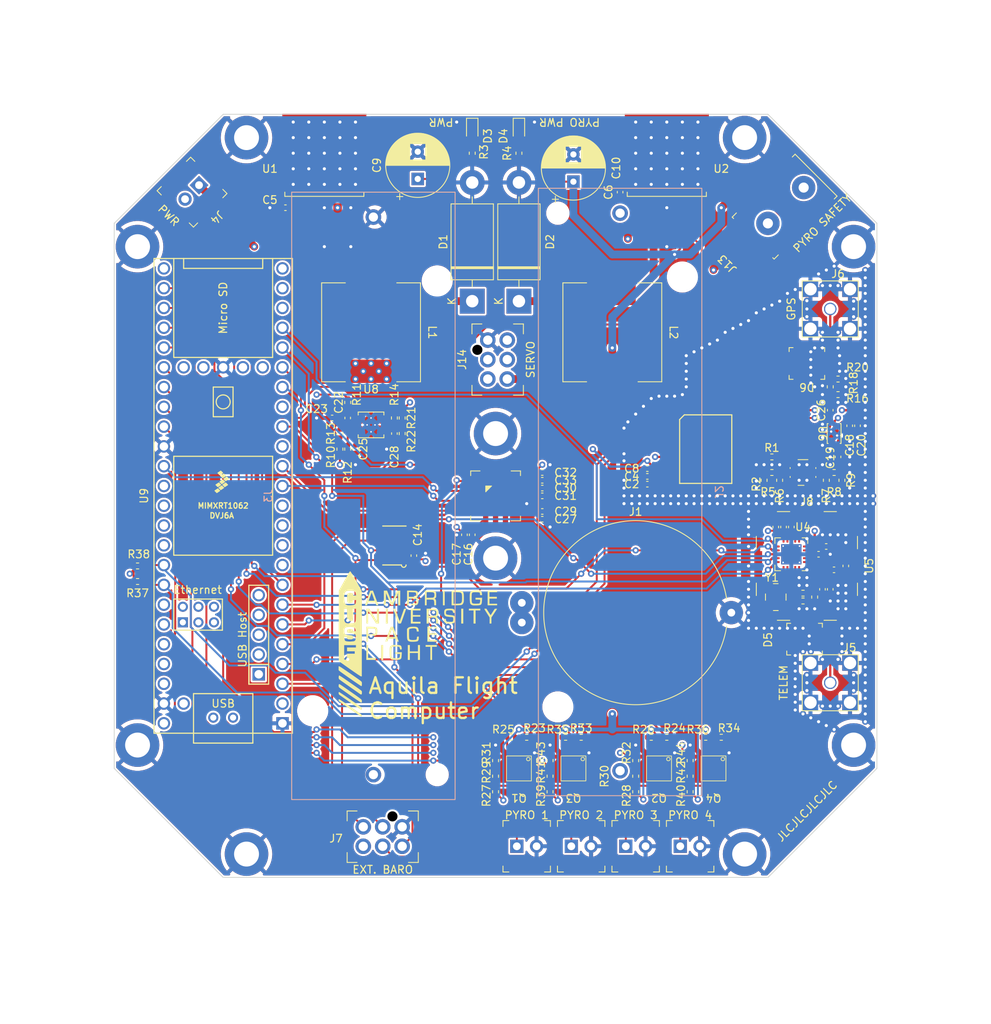
<source format=kicad_pcb>
(kicad_pcb (version 20211014) (generator pcbnew)
  (title_block (title "Aquila Main Board") (date "2022-04-01") (company "Cambridge University Spaceflight") (comment 2 "Board stackup is JLC7628 by JLCPCB") (comment 4 "Daniel Fearn"))
  (layers (0 "F.Cu" signal) (1 "In1.Cu" signal) (2 "In2.Cu" signal) (31 "B.Cu" signal) (34 "B.Paste" user) (35 "F.Paste" user) (36 "B.SilkS" user "B.Silkscreen") (37 "F.SilkS" user "F.Silkscreen") (38 "B.Mask" user) (39 "F.Mask" user) (44 "Edge.Cuts" user))
  (net 0 "")
  (net 1 "+3V3")
  (net 2 "GND")
  (net 3 "/batt_p")
  (net 4 "/pyro_sply")
  (net 5 "Net-(C11-Pad1)")
  (net 6 "Net-(C12-Pad1)")
  (net 7 "Net-(C12-Pad2)")
  (net 8 "Net-(C13-Pad1)")
  (net 9 "Net-(C13-Pad2)")
  (net 10 "Net-(C18-Pad1)")
  (net 11 "Net-(C19-Pad1)")
  (net 12 "Net-(C19-Pad2)")
  (net 13 "Net-(C21-Pad1)")
  (net 14 "Net-(C22-Pad1)")
  (net 15 "Net-(C22-Pad2)")
  (net 16 "Net-(C24-Pad1)")
  (net 17 "Net-(C25-Pad2)")
  (net 18 "Net-(C26-Pad1)")
  (net 19 "Net-(C26-Pad2)")
  (net 20 "Net-(C27-Pad1)")
  (net 21 "Net-(C28-Pad1)")
  (net 22 "Net-(C30-Pad1)")
  (net 23 "Net-(D1-Pad1)")
  (net 24 "Net-(D2-Pad1)")
  (net 25 "Net-(D3-Pad2)")
  (net 26 "Net-(D4-Pad2)")
  (net 27 "Net-(D5-Pad1)")
  (net 28 "Net-(D6-Pad1)")
  (net 30 "/baro_~{cs}")
  (net 31 "/MISO2")
  (net 32 "/MOSI2")
  (net 33 "/SCLK2")
  (net 34 "/bckp_batt")
  (net 35 "Net-(J2-Pad1)")
  (net 36 "Net-(J2-Pad2)")
  (net 37 "/baro_ext_~{cs}")
  (net 38 "Net-(J9-Pad1)")
  (net 39 "Net-(J10-Pad1)")
  (net 40 "Net-(J11-Pad1)")
  (net 41 "Net-(J12-Pad1)")
  (net 42 "/pyro_pwr")
  (net 44 "/servo_4")
  (net 45 "/servo_3")
  (net 46 "/servo_2")
  (net 47 "/servo_1")
  (net 48 "Net-(L9-Pad2)")
  (net 49 "/pyro_ch1")
  (net 50 "Net-(Q1-Pad4)")
  (net 51 "/pyro_ch3")
  (net 52 "Net-(Q2-Pad4)")
  (net 53 "/pyro_ch2")
  (net 54 "Net-(Q3-Pad4)")
  (net 55 "/pyro_ch4")
  (net 56 "Net-(Q4-Pad4)")
  (net 57 "Net-(R1-Pad1)")
  (net 58 "Net-(R2-Pad1)")
  (net 59 "Net-(R5-Pad1)")
  (net 60 "Net-(R7-Pad1)")
  (net 61 "Net-(R10-Pad2)")
  (net 62 "Net-(R12-Pad2)")
  (net 63 "/batt_v")
  (net 64 "/pyro_cont1")
  (net 65 "/pyro_cont3")
  (net 66 "/SCL")
  (net 67 "/SDA")
  (net 68 "/pyro_cont2")
  (net 69 "/pyro_cont4")
  (net 70 "/pyro_~{en}")
  (net 81 "/radio_int")
  (net 82 "/radio_~{cs}")
  (net 83 "Net-(U4-Pad16)")
  (net 84 "Net-(U4-Pad17)")
  (net 88 "/accel_drdy")
  (net 91 "/MOSI1")
  (net 92 "/SCLK1")
  (net 93 "/accel_~{cs}")
  (net 94 "/MISO1")
  (footprint "aquila:IRF7509PbF" (layer "F.Cu") (at 171 135 180)
    (fp_text reference "Q2")
    (fp_text value "IRF7509PbF")
  )
  (footprint "aquila:cusf_logo_full" (layer "F.Cu") (at 140 119)
    (fp_text reference "G***" hide)
    (fp_text value "LOGO" hide)
  )
  (footprint "MountingHole:MountingHole_3.2mm_M3_DIN965_Pad" (layer "F.Cu") (at 118 54)
    (fp_text reference "H2" hide)
    (fp_text value "M3")
  )
  (footprint "Resistor_SMD:R_0402_1005Metric" (layer "F.Cu") (at 168 136 90)
    (fp_text reference "R30")
    (fp_text value "100k")
  )
  (footprint "Capacitor_SMD:C_0402_1005Metric" (layer "F.Cu") (at 195 109 90)
    (fp_text reference "C15" hide)
    (fp_text value "6n8")
  )
  (footprint "Resistor_SMD:R_0402_1005Metric" (layer "F.Cu") (at 138 92 -90)
    (fp_text reference "R22")
    (fp_text value "10k")
  )
  (footprint "Capacitor_SMD:C_0402_1005Metric" (layer "F.Cu") (at 129 90)
    (fp_text reference "C23")
    (fp_text value "0u1")
  )
  (footprint "aquila:DO-214AA" (layer "F.Cu") (at 189.7 118.4 180)
    (fp_text reference "D5")
    (fp_text value "D_TVS")
  )
  (footprint "Resistor_SMD:R_0402_1005Metric" (layer "F.Cu") (at 150 138 90)
    (fp_text reference "R27")
    (fp_text value "100k")
  )
  (footprint "Capacitor_SMD:C_0402_1005Metric" (layer "F.Cu") (at 147 105 -90)
    (fp_text reference "C16")
    (fp_text value "0u1")
  )
  (footprint "Resistor_SMD:R_0402_1005Metric" (layer "F.Cu") (at 131 88 -90)
    (fp_text reference "R11")
    (fp_text value "160")
  )
  (footprint "Resistor_SMD:R_0402_1005Metric" (layer "F.Cu") (at 179 131)
    (fp_text reference "R34")
    (fp_text value "10k")
  )
  (footprint "teensy:Teensy41" (layer "F.Cu") (at 115 100 90)
    (fp_text reference "U9")
    (fp_text value "Teensy4.1")
  )
  (footprint "MountingHole:MountingHole_3.2mm_M3_DIN965_Pad" (layer "F.Cu") (at 182 54)
    (fp_text reference "H3" hide)
    (fp_text value "M3")
  )
  (footprint "MountingHole:MountingHole_3.2mm_M3_DIN965_Pad" (layer "F.Cu") (at 182 146)
    (fp_text reference "H6" hide)
    (fp_text value "M3")
  )
  (footprint "MountingHole:MountingHole_3.2mm_M3_DIN965_Pad" (layer "F.Cu") (at 150 92)
    (fp_text reference "H9" hide)
    (fp_text value "M3")
  )
  (footprint "Resistor_SMD:R_0402_1005Metric" (layer "F.Cu") (at 189.5 112.5 180)
    (fp_text reference "R15" hide)
    (fp_text value "DNP")
  )
  (footprint "Capacitor_SMD:C_0402_1005Metric" (layer "F.Cu") (at 186 104 90)
    (fp_text reference "C1" hide)
    (fp_text value "100p")
  )
  (footprint "Inductor_SMD:L_0402_1005Metric" (layer "F.Cu") (at 192 109 90)
    (fp_text reference "L4" hide)
    (fp_text value "18n")
  )
  (footprint "Diode_THT:D_DO-201AD_P15.24mm_Horizontal" (layer "F.Cu") (at 147 75 90)
    (fp_text reference "D1")
    (fp_text value "1N5820")
  )
  (footprint "aquila:L_MP0028_124_125_127" (layer "F.Cu") (at 134 79 -90)
    (fp_text reference "L1")
    (fp_text value "100u")
  )
  (footprint "Resistor_SMD:R_0402_1005Metric" (layer "F.Cu") (at 161 131)
    (fp_text reference "R33")
    (fp_text value "10k")
  )
  (footprint "Capacitor_SMD:C_0402_1005Metric" (layer "F.Cu") (at 169.5 98.5 180)
    (fp_text reference "C2")
    (fp_text value "100p")
  )
  (footprint "aquila:SMA_VERT" (layer "F.Cu") (at 193 124)
    (fp_text reference "J5")
    (fp_text value "TELEM")
  )
  (footprint "aquila:MP_2.54_screw_terminal_2x1" (layer "F.Cu") (at 168 145)
    (fp_text reference "J10" hide)
    (fp_text value "PYRO_3")
  )
  (footprint "aquila:120591-1" (layer "F.Cu") (at 168 115)
    (fp_text reference "J1")
    (fp_text value "120591-1")
  )
  (footprint "Resistor_SMD:R_0402_1005Metric" (layer "F.Cu") (at 131 94 90)
    (fp_text reference "R12")
    (fp_text value "100")
  )
  (footprint "Capacitor_SMD:C_0402_1005Metric" (layer "F.Cu") (at 193.485 109.5)
    (fp_text reference "C13" hide)
    (fp_text value "1p2")
  )
  (footprint "Capacitor_SMD:C_0402_1005Metric" (layer "F.Cu") (at 123 63 180)
    (fp_text reference "C5")
    (fp_text value "22u")
  )
  (footprint "MountingHole:MountingHole_3.2mm_M3_DIN965_Pad" (layer "F.Cu") (at 104 132)
    (fp_text reference "H8" hide)
    (fp_text value "M3")
  )
  (footprint "Resistor_SMD:R_0402_1005Metric" (layer "F.Cu") (at 168 134 90)
    (fp_text reference "R32")
    (fp_text value "200k")
  )
  (footprint "Resistor_SMD:R_0402_1005Metric" (layer "F.Cu") (at 154 131)
    (fp_text reference "R23")
    (fp_text value "10k")
  )
  (footprint "aquila:molex_nano_fit_x6_105310-1106" (layer "F.Cu") (at 149 82.5 90)
    (fp_text reference "J14")
    (fp_text value "SERVO")
  )
  (footprint "MountingHole:MountingHole_3.2mm_M3_DIN965_Pad" (layer "F.Cu") (at 104 68)
    (fp_text reference "H1" hide)
    (fp_text value "M3")
  )
  (footprint "aquila:MAX-M8Q" (layer "F.Cu") (at 177 94)
    (fp_text reference "U3")
    (fp_text value "MAX-M8Q")
  )
  (footprint "aquila:TO-236_5" (layer "F.Cu") (at 172 59)
    (fp_text reference "U2")
    (fp_text value "LM2576D2TR4-5G")
  )
  (footprint "aquila:B3520" (layer "F.Cu") (at 189.5 97 180)
    (fp_text reference "U5")
    (fp_text value "B3520")
  )
  (footprint "Resistor_SMD:R_0402_1005Metric" (layer "F.Cu") (at 137 90 90)
    (fp_text reference "R14")
    (fp_text value "100")
  )
  (footprint "Resistor_SMD:R_0402_1005Metric" (layer "F.Cu") (at 172 131)
    (fp_text reference "R24")
    (fp_text value "10k")
  )
  (footprint "Capacitor_SMD:C_0402_1005Metric" (layer "F.Cu") (at 169.5 97.5 180)
    (fp_text reference "C4")
    (fp_text value "100n")
  )
  (footprint "Inductor_SMD:L_0402_1005Metric" (layer "F.Cu") (at 194.5 110.5 180)
    (fp_text reference "L7" hide)
    (fp_text value "12n")
  )
  (footprint "Resistor_SMD:R_0402_1005Metric" (layer "F.Cu") (at 185.5 95)
    (fp_text reference "R1")
    (fp_text value "10k")
  )
  (footprint "Resistor_SMD:R_0402_1005Metric" (layer "F.Cu") (at 104 111)
    (fp_text reference "R37")
    (fp_text value "4k7")
  )
  (footprint "MountingHole:MountingHole_3.2mm_M3_DIN965_Pad" (layer "F.Cu") (at 196 132)
    (fp_text reference "H5" hide)
    (fp_text value "M3")
  )
  (footprint "MountingHole:MountingHole_3.2mm_M3_DIN965_Pad" (layer "F.Cu") (at 196 68)
    (fp_text reference "H4" hide)
    (fp_text value "M3")
  )
  (footprint "aquila:MP_2.54_screw_terminal_2x1" (layer "F.Cu") (at 161 145)
    (fp_text reference "J11" hide)
    (fp_text value "PYRO_2")
  )
  (footprint "Resistor_SMD:R_0402_1005Metric" (layer "F.Cu") (at 175 134 90)
    (fp_text reference "R44")
    (fp_text value "200k")
  )
  (footprint "Capacitor_SMD:C_0402_1005Metric" (layer "F.Cu") (at 156 100)
    (fp_text reference "C31")
    (fp_text value "10u")
  )
  (footprint "Package_DFN_QFN:QFN-20-1EP_4x4mm_P0.5mm_EP2.6x2.6mm_ThermalVias" (layer "F.Cu") (at 188 107.5 180)
    (fp_text reference "U4")
    (fp_text value "Si4463")
  )
  (footprint "aquila:TO-236_5" (layer "F.Cu") (at 128 59)
    (fp_text reference "U1")
    (fp_text value "LM2576S-3.3/NOPB")
  )
  (footprint "aquila:SKY65723-81" (layer "F.Cu") (at 193.5 92 -90)
    (fp_text reference "U6")
    (fp_text value "SKY65723-11")
  )
  (footprint "MountingHole:MountingHole_3.2mm_M3_DIN965_Pad" (layer "F.Cu") (at 118 146)
    (fp_text reference "H7" hide)
    (fp_text value "M3")
  )
  (footprint "aquila:audio_2.5mm_1501_02" (layer "F.Cu") (at 191 59 135)
    (fp_text reference "J13")
    (fp_text value "AudioJack3_SwitchTR")
  )
  (footprint "Capacitor_SMD:C_0402_1005Metric" (layer "F.Cu") (at 187 104 90)
    (fp_text reference "C3" hide)
    (fp_text value "100n")
  )
  (footprint "Capacitor_SMD:C_0402_1005Metric" (layer "F.Cu") (at 169.5 96.5 180)
    (fp_text reference "C8")
    (fp_text value "1u")
  )
  (footprint "Capacitor_SMD:C_0402_1005Metric" (layer "F.Cu") (at 156 98)
    (fp_text reference "C33")
    (fp_text value "10u")
  )
  (footprint "aquila:ADXL357" (layer "F.Cu") (at 150 100)
    (fp_text reference "U7" hide)
    (fp_text value "ADXL357")
  )
  (footprint "Capacitor_THT:CP_Radial_D8.0mm_P3.50mm" (layer "F.Cu") (at 160 59.652651 90)
    (fp_text reference "C10")
    (fp_text value "1000u")
  )
  (footprint "Capacitor_SMD:C_0402_1005Metric" (layer "F.Cu") (at 131 90 90)
    (fp_text reference "C22")
    (fp_text value "0u1")
  )
  (footprint "Diode_SMD:D_0603_1608Metric" (layer "F.Cu") (at 153 53 -90)
    (fp_text reference "D4")
    (fp_text value "RED")
  )
  (footprint "Resistor_SMD:R_0402_1005Metric" (layer "F.Cu") (at 193 86 -90)
    (fp_text reference "R18")
    (fp_text value "0")
  )
  (footprint "Capacitor_SMD:C_0402_1005Metric" (layer "F.Cu") (at 194 95 90)
    (fp_text reference "C19")
    (fp_text value "20p")
  )
  (footprint "Diode_THT:D_DO-201AD_P15.24mm_Horizontal" (layer "F.Cu") (at 153 75 90)
    (fp_text reference "D2")
    (fp_text value "1N5820")
  )
  (footprint "aquila:BMI-S-201" (layer "F.Cu") (at 190 109)
    (fp_text reference "J8")
    (fp_text value "BMI-S-201")
  )
  (footprint "Capacitor_SMD:C_0402_1005Metric" (layer "F.Cu") (at 192.48 106.5)
    (fp_text reference "C12" hide)
    (fp_text value "5p1")
  )
  (footprint "Resistor_SMD:R_0402_1005Metric" (layer "F.Cu") (at 152 131 180)
    (fp_text reference "R25")
    (fp_text value "10k")
  )
  (footprint "Resistor_SMD:R_0402_1005Metric" (layer "F.Cu") (at 175 138 90)
    (fp_text reference "R40")
    (fp_text value "100k")
  )
  (footprint "aquila:MP_2.54_screw_terminal_2x1" (layer "F.Cu") (at 175 145)
    (fp_text reference "J12" hide)
    (fp_text value "PYRO_4")
  )
  (footprint "Capacitor_SMD:C_0402_1005Metric" (layer "F.Cu") (at 146 105 -90)
    (fp_text reference "C17")
    (fp_text value "10u")
  )
  (footprint "Resistor_SMD:R_0402_1005Metric" (layer "F.Cu") (at 159 131 180)
    (fp_text reference "R35")
    (fp_text value "10k")
  )
  (footprint "aquila:IRF7509PbF" (layer "F.Cu") (at 160 135 180)
    (fp_text reference "Q3")
    (fp_text value "IRF7509PbF")
  )
  (footprint "Resistor_SMD:R_0402_1005Metric" (layer "F.Cu") (at 185.5 97 180)
    (fp_text reference "R5")
    (fp_text value "0")
  )
  (footprint "Resistor_SMD:R_0402_1005Metric" (layer "F.Cu") (at 192.5 98 -90)
    (fp_text reference "R7")
    (fp_text value "DNP")
  )
  (footprint "Inductor_SMD:L_0402_1005Metric" (layer "F.Cu") (at 191 111 -90)
    (fp_text reference "L9" hide)
    (fp_text value "12n")
  )
  (footprint "Resistor_SMD:R_0402_1005Metric" (layer "F.Cu") (at 104 109)
    (fp_text reference "R38")
    (fp_text value "4k7")
  )
  (footprint "Capacitor_SMD:C_0402_1005Metric" (layer "F.Cu") (at 193 112 -90)
    (fp_text reference "C21" hide)
    (fp_text value "3p3")
  )
  (footprint "Resistor_SMD:R_0402_1005Metric" (layer "F.Cu") (at 150 136 90)
    (fp_text reference "R29")
    (fp_text value "100k")
  )
  (footprint "Capacitor_SMD:C_0402_1005Metric" (layer "F.Cu") (at 193 89 90)
    (fp_text reference "C26")
    (fp_text value "20p")
  )
  (footprint "Capacitor_SMD:C_0402_1005Metric" (layer "F.Cu") (at 196.5 91 -90)
    (fp_text reference "C20")
    (fp_text value "100p")
  )
  (footprint "aquila:MP_2.54_screw_terminal_2x1" (layer "F.Cu") (at 111 61 -135)
    (fp_text reference "J4")
    (fp_text value "PWR")
  )
  (footprint "aquila:IRF7509PbF" (layer "F.Cu") (at 178 135 180)
    (fp_text reference "Q4")
    (fp_text value "IRF7509PbF")
  )
  (footprint "aquila:VSOP-8" (layer "F.Cu") (at 134 90.889)
    (fp_text reference "U8")
    (fp_text value "BQ29200")
  )
  (footprint "Resistor_SMD:R_0402_1005Metric" (layer "F.Cu") (at 168 138 90)
    (fp_text reference "R28")
    (fp_text value "100k")
  )
  (footprint "Capacitor_SMD:C_0402_1005Metric" (layer "F.Cu") (at 191.5 107.5)
    (fp_text reference "C11" hide)
    (fp_text value "3p")
  )
  (footprint "aquila:molex_nano_fit_x6_105310-1106" (layer "F.Cu") (at 135.5 142.5)
    (fp_text reference "J7")
    (fp_text value "BARO")
  )
  (footprint "aquila:SMA_VERT" (layer "F.Cu") (at 193 76)
    (fp_text reference "J6")
    (fp_text value "GPS")
  )
  (footprint "Resistor_SMD:R_0402_1005Metric" (layer "F.Cu") (at 193.5 97 180)
    (fp_text reference "R8")
    (fp_text value "0")
  )
  (footprint "aquila:MS5611" (layer "F.Cu") (at 137 106.375 180)
    (fp_text reference "IC1")
    (fp_text value "MS5611-01BA03")
  )
  (footprint "Resistor_SMD:R_0402_1005Metric" (layer "F.Cu") (at 175 136 90)
    (fp_text reference "R42")
    (fp_text value "100k")
  )
  (footprint "Resistor_SMD:R_0402_1005Metric" (layer "F.Cu") (at 189.5 113.5 180)
    (fp_text reference "R19" hide)
    (fp_text value "DNP")
  )
  (footprint "MountingHole:MountingHole_3.2mm_M3_DIN965_Pad" (layer "F.Cu") (at 150 108)
    (fp_text reference "H10" hide)
    (fp_text value "M3")
  )
  (footprint "Capacitor_THT:CP_Radial_D8.0mm_P3.50mm" (layer "F.Cu") (at 140 59.305302 90)
    (fp_text reference "C9")
    (fp_text value "1000u")
  )
  (footprint "Capacitor_SMD:C_0402_1005Metric" (layer "F.Cu") (at 156 97)
    (fp_text reference "C32")
    (fp_text value "0u1")
  )
  (footprint "Inductor_SMD:L_0402_1005Metric" (layer "F.Cu") (at 194 107 -90)
    (fp_text reference "L5" hide)
    (fp_text value "3n3")
  )
  (footprint "Diode_SMD:D_0603_1608Metric" (layer "F.Cu") (at 147 53 -90)
    (fp_text reference "D3")
    (fp_text value "GREEN")
  )
  (footprint "Resistor_SMD:R_0402_1005Metric" (layer "F.Cu") (at 130 94 90)
    (fp_text reference "R10")
    (fp_text value "160")
  )
  (footprint "aquila:DO-214AA" (layer "F.Cu") (at 190 83 180)
    (fp_text reference "D6")
    (fp_text value "D_TVS")
  )
  (footprint "Capacitor_SMD:C_0402_1005Metric" (layer "F.Cu") (at 137 92 -90)
    (fp_text reference "C28")
    (fp_text value "0u1")
  )
  (footprint "aquila:IRF7509PbF" (layer "F.Cu") (at 153 135 180)
    (fp_text reference "Q1")
    (fp_text value "IRF7509PbF")
  )
  (footprint "Inductor_SMD:L_0402_1005Metric" (layer "F.Cu") (at 191 106 -90)
    (fp_text reference "L3" hide)
    (fp_text value "120n")
  )
  (footprint "Resistor_SMD:R_0402_1005Metric" (layer "F.Cu") (at 186.5 98 -90)
    (fp_text reference "R6")
    (fp_text value "DNP")
  )
  (footprint "Resistor_SMD:R_0402_1005Metric" (layer "F.Cu") (at 194 87)
    (fp_text reference "R16")
    (fp_text value "DNP")
  )
  (footprint "Capacitor_SMD:C_0402_1005Metric" (layer "F.Cu") (at 192 112 -90)
    (fp_text reference "C24" hide)
    (fp_text value "3p3")
  )
  (footprint "Resistor_SMD:R_0402_1005Metric" (layer "F.Cu") (at 157 134 90)
    (fp_text reference "R43")
    (fp_text value "200k")
  )
  (footprint "Capacitor_SMD:C_0402_1005Metric" (layer "F.Cu") (at 156 103)
    (fp_text reference "C27")
    (fp_text value "0u1")
  )
  (footprint "Resistor_SMD:R_0402_1005Metric" (layer "F.Cu") (at 150 134 90)
    (fp_text reference "R31")
    (fp_text value "200k")
  )
  (footprint "Resistor_SMD:R_0402_1005Metric" (layer "F.Cu") (at 194 85)
    (fp_text reference "R20")
    (fp_text value "DNP")
  )
  (footprint "Resistor_SMD:R_0402_1005Metric" (layer "F.Cu") (at 191 113 90)
    (fp_text reference "R17" hide)
    (fp_text value "0")
  )
  (footprint "aquila:L_MP0028_124_125_127" (layer "F.Cu") (at 165 79 -90)
    (fp_text reference "L2")
    (fp_text value "100u")
  )
  (footprint "Capacitor_SMD:C_0402_1005Metric" (layer "F.Cu") (at 188 104 90)
    (fp_text reference "C7" hide)
    (fp_text value "1u")
  )
  (footprint "Resistor_SMD:R_0402_1005Metric" (layer "F.Cu") (at 153 56 90)
    (fp_text reference "R4")
    (fp_text value "330")
  )
  (footprint "Capacitor_SMD:C_0402_1005Metric" (layer "F.Cu") (at 139.5 107.675 90)
    (fp_text reference "C14")
    (fp_text value "0u1")
  )
  (footprint "Capacitor_SMD:C_0402_1005Metric" (layer "F.Cu") (at 156 99)
    (fp_text reference "C30")
    (fp_text value "0u1")
  )
  (footprint "Capacitor_SMD:C_0402_1005Metric" (layer "F.Cu") (at 166 61 90)
    (fp_text reference "C6")
    (fp_text value "22u")
  )
  (footprint "Resistor_SMD:R_0402_1005Metric" (layer "F.Cu") (at 138 90 -90)
    (fp_text reference "R21")
    (fp_text value "20k")
  )
  (footprint "Resistor_SMD:R_0402_1005Metric" (layer "F.Cu") (at 184.5 98 -90)
    (fp_text reference "R2")
    (fp_text value "DNP")
  )
  (footprint "Resistor_SMD:R_0402_1005Metric" (layer "F.Cu") (at 147 56 90)
    (fp_text reference "R3")
    (fp_text value "100")
  )
  (footprint "Resistor_SMD:R_0402_1005Metric" (layer "F.Cu") (at 177 131 180)
    (fp_text reference "R36")
    (fp_text value "10k")
  )
  (footprint "Resistor_SMD:R_0402_1005Metric" (layer "F.Cu") (at 130 92 90)
    (fp_text reference "R13")
    (fp_text value "100")
  )
  (footprint "Inductor_SMD:L_0402_1005Metric" (layer "F.Cu") (at 193.485 108.5)
    (fp_text reference "L6" hide)
    (fp_text value "24n")
  )
  (footprint "aquila:MP_2.54_screw_terminal_2x1" (layer "F.Cu") (at 154 145)
    (fp_text reference "J9" hide)
    (fp_text value "PYRO_1")
  )
  (footprint "Resistor_SMD:R_0402_1005Metric" (layer "F.Cu") (at 157 138 90)
    (fp_text reference "R39")
    (fp_text value "100k")
  )
  (footprint "Capacitor_SMD:C_0402_1005Metric" (layer "F.Cu") (at 132 94 90)
    (fp_text reference "C25")
    (fp_text value "0u33")
  )
  (footprint "Inductor_SMD:L_0402_1005Metric" (layer "F.Cu") (at 192.5 110.5 180)
    (fp_text reference "L8" hide)
    (fp_text value "24n")
  )
  (footprint "Resistor_SMD:R_0402_1005Metric" (layer "F.Cu") (at 194.5 98 -90)
    (fp_text reference "R9")
    (fp_text value "DNP")
  )
  (footprint "Capacitor_SMD:C_0402_1005Metric" (layer "F.Cu") (at 156 102)
    (fp_text reference "C29")
    (fp_text value "10u")
  )
  (footprint "Capacitor_SMD:C_0402_1005Metric" (layer "F.Cu") (at 195.5 91 -90)
    (fp_text reference "C18")
    (fp_text value "100n")
  )
  (footprint "Resistor_SMD:R_0402_1005Metric" (layer "F.Cu") (at 157 136 90)
    (fp_text reference "R41")
    (fp_text value "100k")
  )
  (footprint "Resistor_SMD:R_0402_1005Metric" (layer "F.Cu") (at 170 131 180)
    (fp_text reference "R26")
    (fp_text value "10k")
  )
  (footprint "aquila:crystal_ABM8" (layer "F.Cu") (at 186 113 90)
    (fp_text reference "Y1")
    (fp_text value "30M")
  )
  (footprint "aquila:1043" (layer "B.Cu") (at 166 99.5 90)
    (fp_text reference "J2")
    (fp_text value "1043P")
  )
  (footprint "aquila:1043" (layer "B.Cu") (at 134.3 100 -90)
    (fp_text reference "J3")
    (fp_text value "1043P")
  )
  (gr_line (start 199 65) (end 199 135) (layer "Edge.Cuts") (width 0.1))
  (gr_line (start 101 135) (end 115 149) (layer "Edge.Cuts") (width 0.1))
  (gr_line (start 115 149) (end 185 149) (layer "Edge.Cuts") (width 0.1))
  (gr_line (start 101 65) (end 115 51) (layer "Edge.Cuts") (width 0.1))
  (gr_line (start 185 51) (end 115 51) (layer "Edge.Cuts") (width 0.1))
  (gr_line (start 101 135) (end 101 65) (layer "Edge.Cuts") (width 0.1))
  (gr_line (start 185 51) (end 199 65) (layer "Edge.Cuts") (width 0.1))
  (gr_line (start 199 135) (end 185 149) (layer "Edge.Cuts") (width 0.1))
  (gr_text "JLCJLCJLCJLC" (at 190 140.5 45) (layer "F.SilkS") (effects (font (size 1 1))))
  (gr_text "PWR" (at 143 52 180) (layer "F.SilkS") (effects (font (size 1 1))))
  (gr_text "GPS" (at 188 76 90) (layer "F.SilkS") (effects (font (size 1 1))))
  (gr_text "PYRO 1" (at 154 141) (layer "F.SilkS") (effects (font (size 1 1))))
  (gr_text "Aquila Flight\nComputer" (at 133.5 126) (layer "F.SilkS") (effects (font (size 2 2) (thickness 0.3)) (justify left)))
  (gr_text "PYRO SAFETY" (at 192 65 45) (layer "F.SilkS") (effects (font (size 1 1))))
  (gr_text "PYRO 2" (at 161 141) (layer "F.SilkS") (effects (font (size 1 1))))
  (gr_text "PYRO PWR" (at 159.5 52 180) (layer "F.SilkS") (effects (font (size 1 1))))
  (gr_text "SERVO" (at 154.5 82.5 90) (layer "F.SilkS") (effects (font (size 1 1))))
  (gr_text "PYRO 4" (at 175 141) (layer "F.SilkS") (effects (font (size 1 1))))
  (gr_text "PYRO 3" (at 168 141) (layer "F.SilkS") (effects (font (size 1 1))))
  (gr_text "EXT. BARO" (at 135.5 148) (layer "F.SilkS") (effects (font (size 1 1))))
  (gr_text "PWR" (at 108 64 -45) (layer "F.SilkS") (effects (font (size 1 1))))
  (gr_text "TELEM" (at 187 124 90) (layer "F.SilkS") (effects (font (size 1 1))))
  (segment (start 191 105.515) (end 191 104.5) (width 0.293) (layer "F.Cu") (net 1))
  (segment (start 140.78 108.155) (end 141 108.375) (width 0.25) (layer "F.Cu") (net 1))
  (segment (start 103.49 109) (end 103.49 109.49) (width 0.25) (layer "F.Cu") (net 1))
  (segment (start 139.5 108.155) (end 138.195 108.155) (width 0.25) (layer "F.Cu") (net 1))
  (segment (start 152.8 98.095) (end 152.905 98.095) (width 0.25) (layer "F.Cu") (net 1))
  (segment (start 138.195 108.155) (end 138.1 108.25) (width 0.25) (layer "F.Cu") (net 1))
  (segment (start 155.52 96.48) (end 155.52 97) (width 0.25) (layer "F.Cu") (net 1))
  (segment (start 188 104.48) (end 188.377328 104.48) (width 0.25) (layer "F.Cu") (net 1))
  (segment (start 188.377328 104.48) (end 189 105.102672) (width 0.25) (layer "F.Cu") (net 1))
  (segment (start 145.52 104.52) (end 145 104) (width 0.25) (layer "F.Cu") (net 1))
  (segment (start 172.15 98.5) (end 172.25 98.4) (width 0.293) (layer "F.Cu") (net 1))
  (segment (start 172.05 97.5) (end 172.25 97.3) (width 0.293) (layer "F.Cu") (net 1))
  (segment (start 187 104.48) (end 188 104.48) (width 0.25) (layer "F.Cu") (net 1))
  (segment (start 156 96) (end 155.52 96.48) (width 0.25) (layer "F.Cu") (net 1))
  (segment (start 103.49 109.49) (end 103.49 109.51) (width 0.25) (layer "F.Cu") (net 1))
  (segment (start 189 105.102672) (end 189 105.575) (width 0.25) (layer "F.Cu") (net 1))
  (segment (start 186 104.48) (end 187 104.48) (width 0.25) (layer "F.Cu") (net 1))
  (segment (start 186 104.48) (end 185.02 104.48) (width 0.25) (layer "F.Cu") (net 1))
  (segment (start 169.98 97.5) (end 172.05 97.5) (width 0.293) (layer "F.Cu") (net 1))
  (segment (start 169.98 98.5) (end 172.15 98.5) (width 0.293) (layer "F.Cu") (net 1))
  (segment (start 155.52 98) (end 155.425 98.095) (width 0.25) (layer "F.Cu") (net 1))
  (segment (start 188 104.48) (end 188 105.575) (width 0.25) (layer "F.Cu") (net 1))
  (segment (start 155.425 98.095) (end 152.8 98.095) (width 0.25) (layer "F.Cu") (net 1))
  (segment (start 171.95 96.5) (end 172.25 96.2) (width 0.293) (layer "F.Cu") (net 1))
  (segment (start 169.98 96.5) (end 171.95 96.5) (width 0.293) (layer "F.Cu") (net 1))
  (segment (start 146 104.52) (end 147 104.52) (width 0.25) (layer "F.Cu") (net 1))
  (segment (start 146 104.52) (end 145.52 104.52) (width 0.25) (layer "F.Cu") (net 1))
  (segment (start 169.98 96.5) (end 169.98 96.02) (width 0.293) (layer "F.Cu") (net 1))
  (segment (start 155.52 97) (end 155.52 98) (width 0.25) (layer "F.Cu") (net 1))
  (segment (start 169.98 96.02) (end 169.46 95.5) (width 0.293) (layer "F.Cu") (net 1))
  (segment (start 103.49 109.51) (end 103 110) (width 0.25) (layer "F.Cu") (net 1))
  (segment (start 147.01 104.52) (end 148.73 102.8) (width 0.25) (layer "F.Cu") (net 1))
  (segment (start 169.98 97.5) (end 169.98 98.5) (width 0.293) (layer "F.Cu") (net 1))
  (segment (start 139.5 108.155) (end 140.78 108.155) (width 0.25) (layer "F.Cu") (net 1))
  (segment (start 147 104.52) (end 147.01 104.52) (width 0.25) (layer "F.Cu") (net 1))
  (segment (start 144.204698 59.305302) (end 147 56.51) (width 0.25) (layer "F.Cu") (net 1))
  (segment (start 103.49 109.49) (end 103.49 111) (width 0.25) (layer "F.Cu") (net 1))
  (segment (start 169.98 96.5) (end 169.98 97.5) (width 0.293) (layer "F.Cu") (net 1))
  (segment (start 185.02 104.48) (end 185 104.5) (width 0.25) (layer "F.Cu") (net 1))
  (segment (start 140 59.305302) (end 144.204698 59.305302) (width 0.25) (layer "F.Cu") (net 1))
  (via (at 169.5 95.5) (size 0.8) (drill 0.4) (layers "F.Cu" "B.Cu") (net 1))
  (via (at 136 83) (size 0.8) (drill 0.4) (layers "F.Cu" "B.Cu") (net 1))
  (via (at 141 108.375) (size 0.8) (drill 0.4) (layers "F.Cu" "B.Cu") (net 1))
  (via (at 132 85) (size 0.8) (drill 0.4) (layers "F.Cu" "B.Cu") (net 1))
  (via (at 162.5 94) (size 0.8) (drill 0.4) (layers "F.Cu" "B.Cu") (net 1))
  (via (at 103 110) (size 0.8) (drill 0.4) (layers "F.Cu" "B.Cu") (net 1))
  (via (at 133 84) (size 0.8) (drill 0.4) (layers "F.Cu" "B.Cu") (net 1))
  (via (at 191 104.5) (size 0.8) (drill 0.4) (layers "F.Cu" "B.Cu") (net 1))
  (via (at 136 85) (size 0.8) (drill 0.4) (layers "F.Cu" "B.Cu") (net 1))
  (via (at 134 83) (size 0.8) (drill 0.4) (layers "F.Cu" "B.Cu") (net 1))
  (via (at 134 85) (size 0.8) (drill 0.4) (layers "F.Cu" "B.Cu") (net 1))
  (via (at 135 84) (size 0.8) (drill 0.4) (layers "F.Cu" "B.Cu") (net 1))
  (via (at 185 104.5) (size 0.8) (drill 0.4) (layers "F.Cu" "B.Cu") (net 1))
  (via (at 145 104) (size 0.8) (drill 0.4) (layers "F.Cu" "B.Cu") (net 1))
  (via (at 156 96) (size 0.8) (drill 0.4) (layers "F.Cu" "B.Cu") (net 1))
  (via (at 132 83) (size 0.8) (drill 0.4) (layers "F.Cu" "B.Cu") (net 1))
  (via (at 129.7 63) (size 0.8) (drill 0.4) (layers "F.Cu" "B.Cu") (net 1))
  (segment (start 168.253989 96.246011) (end 164.746011 96.246011) (width 0.293) (layer "B.Cu") (net 1))
  (segment (start 169 95.5) (end 169.5 95.5) (width 0.293) (layer "B.Cu") (net 1))
  (segment (start 168.253989 96.246011) (end 169 95.5) (width 0.293) (layer "B.Cu") (net 1))
  (segment (start 164.746011 96.246011) (end 162.5 94) (width 0.293) (layer "B.Cu") (net 1))
  (segment (start 193 107.5) (end 191.98 107.5) (width 0.293) (layer "F.Cu") (net 2))
  (segment (start 187.5 95) (end 188 95.5) (width 0.25) (layer "F.Cu") (net 2))
  (segment (start 186.01 95) (end 187.5 95) (width 0.25) (layer "F.Cu") (net 2))
  (segment (start 188 109.927734) (end 188.572266 110.5) (width 0.293) (layer "F.Cu") (net 2))
  (segment (start 153.635 100.635) (end 154 101) (width 0.25) (layer "F.Cu") (net 2))
  (segment (start 154.775 132.775) (end 155 133) (width 0.25) (layer "F.Cu") (net 2))
  (segment (start 138.1 105.75) (end 139.375 105.75) (width 0.25) (layer "F.Cu") (net 2))
  (segment (start 157 133.49) (end 157 132) (width 0.25) (layer "F.Cu") (net 2))
  (segment (start 172.775 132.775) (end 173 133) (width 0.25) (layer "F.Cu") (net 2))
  (segment (start 169.02 97.5) (end 169.02 98.5) (width 0.293) (layer "F.Cu") (net 2))
  (segment (start 188.572266 110.5) (end 189 110.5) (width 0.293) (layer "F.Cu") (net 2))
  (segment (start 184.5 98.51) (end 186.5 98.51) (width 0.25) (layer "F.Cu") (net 2))
  (segment (start 185.075 113.7) (end 186.925 111.85) (width 0.293) (layer "F.Cu") (net 2))
  (segment (start 156.48 100.00693) (end 156.48 100) (width 0.25) (layer "F.Cu") (net 2))
  (segment (start 146 105.48) (end 147 105.48) (width 0.25) (layer "F.Cu") (net 2))
  (segment (start 185.075 114.15) (end 185.075 113.7) (width 0.293) (layer "F.Cu") (net 2))
  (segment (start 175 133.49) (end 175 132) (width 0.25) (layer "F.Cu") (net 2))
  (segment (start 160.975 132.775) (end 161.775 132.775) (width 0.25) (layer "F.Cu") (net 2))
  (segment (start 146 105.48) (end 145.455402 105.48) (width 0.25) (layer "F.Cu") (net 2))
  (segment (start 188.99 112.5) (end 188.99 113.5) (width 0.293) (layer "F.Cu") (net 2))
  (segment (start 168 133.49) (end 168 132) (width 0.25) (layer "F.Cu") (net 2))
  (segment (start 172.51 132.24) (end 171.975 132.775) (width 0.25) (layer "F.Cu") (net 2))
  (segment (start 137 92.48) (end 137.97 92.48) (width 0.25) (layer "F.Cu") (net 2))
  (segment (start 139.5 105.875) (end 139.5 107.195) (width 0.25) (layer "F.Cu") (net 2))
  (segment (start 187 103.52) (end 188 103.52) (width 0.25) (layer "F.Cu") (net 2))
  (segment (start 150 133.49) (end 150 132) (width 0.25) (layer "F.Cu") (net 2))
  (segment (start 156.48 103) (end 156.48 103.48) (width 0.25) (layer "F.Cu") (net 2))
  (segment (start 171.975 132.775) (end 172.775 132.775) (width 0.25) (layer "F.Cu") (net 2))
  (segment (start 147.88 105.48) (end 150 103.36) (width 0.25) (layer "F.Cu") (net 2))
  (segment (start 137 92.48) (end 136.016 92.48) (width 0.25) (layer "F.Cu") (net 2))
  (segment (start 152.8 100.635) (end 153.635 100.635) (width 0.25) (layer "F.Cu") (net 2))
  (segment (start 140.82 107.195) (end 141 107.375) (width 0.25) (layer "F.Cu") (net 2))
  (segment (start 157 96.48) (end 157 96) (width 0.25) (layer "F.Cu") (net 2))
  (segment (start 137 93) (end 136 94) (width 0.25) (layer "F.Cu") (net 2))
  (segment (start 135.4 91.214) (end 135.786 91.214) (width 0.25) (layer "F.Cu") (net 2))
  (segment (start 154.51 132.24) (end 153.975 132.775) (width 0.25) (layer "F.Cu") (net 2))
  (segment (start 156.48 100) (end 156.48 99) (width 0.25) (layer "F.Cu") (net 2))
  (segment (start 134.975 91.864) (end 134 90.889) (width 0.25) (layer "F.Cu") (net 2))
  (segment (start 196.5 91.48) (end 195.5 91.48) (width 0.25) (layer "F.Cu") (net 2))
  (segment (start 192 112.48) (end 193 112.48) (width 0.293) (layer "F.Cu") (net 2))
  (segment (start 121 63) (end 122.52 63) (width 0.25) (layer "F.Cu") (net 2))
  (segment (start 155.85193 100.635) (end 156.48 100.00693) (width 0.25) (layer "F.Cu") (net 2))
  (segment (start 156.48 98) (end 156.48 97) (width 0.25) (layer "F.Cu") (net 2))
  (segment (start 147 105.48) (end 147.88 105.48) (width 0.25) (layer "F.Cu") (net 2))
  (segment (start 135.4 91.864) (end 134.975 91.864) (width 0.25) (layer "F.Cu") (net 2))
  (segment (start 132 94.48) (end 132 96) (width 0.25) (layer "F.Cu") (net 2))
  (segment (start 161.51 132.24) (end 160.975 132.775) (width 0.25) (layer "F.Cu") (net 2))
  (segment (start 139.5 107.195) (end 138.295 107.195) (width 0.25) (layer "F.Cu") (net 2))
  (segment (start 161.775 132.775) (end 162 133) (width 0.25) (layer "F.Cu") (net 2))
  (segment (start 166 60.52) (end 167.105 60.52) (width 0.25) (layer "F.Cu") (net 2))
  (segment (start 136.016 91.444) (end 136.016 92.48) (width 0.25) (layer "F.Cu") (net 2))
  (segment (start 139.375 105.75) (end 139.5 105.875) (width 0.25) (layer "F.Cu") (net 2))
  (segment (start 178.975 132.775) (end 179.775 132.775) (width 0.25) (layer "F.Cu") (net 2))
  (segment (start 135.786 91.214) (end 136.016 91.444) (width 0.25) (layer "F.Cu") (net 2))
  (segment (start 179.51 131) (end 179.51 132.24) (width 0.25) (layer "F.Cu") (net 2))
  (segment (start 172 68) (end 172 64.725) (width 0.25) (layer "F.Cu") (net 2))
  (segment (start 156.48 99) (end 156.48 98) (width 0.25) (layer "F.Cu") (net 2))
  (segment (start 156.48 97) (end 157 96.48) (width 0.25) (layer "F.Cu") (net 2))
  (segment (start 145.2125 52.2125) (end 145 52) (width 0.25) (layer "F.Cu") (net 2))
  (segment (start 137 92.48) (end 137 93) (width 0.25) (layer "F.Cu") (net 2))
  (segment (start 192.5 98.51) (end 194.5 98.51) (width 0.25) (layer "F.Cu") (net 2))
  (segment (start 156.48 102) (end 156.48 103) (width 0.25) (layer "F.Cu") (net 2))
  (segment (start 161.51 131) (end 161.51 132.24) (width 0.25) (layer "F.Cu") (net 2))
  (segment (start 172.51 131) (end 172.51 132.24) (width 0.25) (layer "F.Cu") (net 2))
  (segment (start 128.52 90) (end 127 90) (width 0.25) (layer "F.Cu") (net 2))
  (segment (start 153 52.2125) (end 154.7875 52.2125) (width 0.25) (layer "F.Cu") (net 2))
  (segment (start 137.97 92.48) (end 138 92.51) (width 0.25) (layer "F.Cu") (net 2))
  (segment (start 135.4 91.214) (end 134.325 91.214) (width 0.25) (layer "F.Cu") (net 2))
  (segment (start 131.4 68) (end 131.4 64.725) (width 0.25) (layer "F.Cu") (net 2))
  (segment (start 167.105 60.52) (end 172 55.625) (width 0.25) (layer "F.Cu") (net 2))
  (segment (start 150 103.36) (end 150 102.8) (width 0.25) (layer "F.Cu") (net 2))
  (segment (start 154.7875 52.2125) (end 155 52) (width 0.25) (layer "F.Cu") (net 2))
  (segment (start 147 52.2125) (end 145.2125 52.2125) (width 0.25) (layer "F.Cu") (net 2))
  (segment (start 186 103.52) (end 187 103.52) (width 0.25) (layer "F.Cu") (net 2))
  (segment (start 156.48 100) (end 156.48 102) (width 0.25) (layer "F.Cu") (net 2))
  (segment (start 145.455402 105.48) (end 144.987701 105.012299) (width 0.25) (layer "F.Cu") (net 2))
  (segment (start 169.02 96.5) (end 169.02 97.5) (width 0.293) (layer "F.Cu") (net 2))
  (segment (start 128 64.725) (end 128 68) (width 0.25) (layer "F.Cu") (net 2))
  (segment (start 179.51 132.24) (end 178.975 132.775) (width 0.25) (layer "F.Cu") (net 2))
  (segment (start 179.775 132.775) (end 180 133) (width 0.25) (layer "F.Cu") (net 2))
  (segment (start 153.975 132.775) (end 154.775 132.775) (width 0.25) (layer "F.Cu") (net 2))
  (segment (start 134.325 91.214) (end 134 90.889) (width 0.25) (layer "F.Cu") (net 2))
  (segment (start 138.295 107.195) (end 138.1 107) (width 0.25) (layer "F.Cu") (net 2))
  (segment (start 188 109.425) (end 188 109.927734) (width 0.293) (layer "F.Cu") (net 2))
  (segment (start 156.48 103.48) (end 157 104) (width 0.25) (layer "F.Cu") (net 2))
  (segment (start 139.5 107.195) (end 140.82 107.195) (width 0.25) (layer "F.Cu") (net 2))
  (segment (start 136.016 92.48) (end 135.4 91.864) (width 0.25) (layer "F.Cu") (net 2))
  (segment (start 152.8 100.635) (end 155.85193 100.635) (width 0.25) (layer "F.Cu") (net 2))
  (segment (start 154.51 131) (end 154.51 132.24) (width 0.25) (layer "F.Cu") (net 2))
  (via (at 121 63) (size 0.8) (drill 0.4) (layers "F.Cu" "B.Cu") (net 2))
  (via (at 192 90.8) (size 0.8) (drill 0.4) (layers "F.Cu" "B.Cu") (net 2))
  (via (at 192 121) (size 0.8) (drill 0.4) (layers "F.Cu" "B.Cu") (net 2))
  (via (at 132 54) (size 0.8) (drill 0.4) (layers "F.Cu" "B.Cu") (net 2))
  (via (at 144.987701 105.012299) (size 0.8) (drill 0.4) (layers "F.Cu" "B.Cu") (net 2))
  (via (at 168 132) (size 0.8) (drill 0.4) (layers "F.Cu" "B.Cu") (net 2))
  (via (at 189 96) (size 0.8) (drill 0.4) (layers "F.Cu" "B.Cu") (net 2))
  (via (at 197.5 111) (size 0.8) (drill 0.4) (layers "F.Cu" "B.Cu") (net 2))
  (via (at 194 112.5) (size 0.8) (drill 0.4) (layers "F.Cu" "B.Cu") (net 2))
  (via (at 186.5 100) (size 0.8) (drill 0.4) (layers "F.Cu" "B.Cu") (net 2))
  (via (at 197.5 109) (size 0.8) (drill 0.4) (layers "F.Cu" "B.Cu") (net 2))
  (via (at 172 63) (size 0.8) (drill 0.4) (layers "F.Cu" "B.Cu") (net 2))
  (via (at 195 88) (size 0.8) (drill 0.4) (layers "F.Cu" "B.Cu") (net 2))
  (via (at 128 52) (size 0.8) (drill 0.4) (layers "F.Cu" "B.Cu") (net 2))
  (via (at 194.2 84) (size 0.8) (drill 0.4) (layers "F.Cu" "B.Cu") (net 2))
  (via (at 196 77) (size 0.8) (drill 0.4) (layers "F.Cu" "B.Cu") (net 2))
  (via (at 188.5 126.5) (size 0.8) (drill 0.4) (layers "F.Cu" "B.Cu") (net 2))
  (via (at 182.5 114) (size 0.8) (drill 0.4) (layers "F.Cu" "B.Cu") (net 2))
  (via (at 190 111.5) (size 0.8) (drill 0.4) (layers "F.Cu" "B.Cu") (net 2))
  (via (at 188.5 73.5) (size 0.8) (drill 0.4) (layers "F.Cu" "B.Cu") (net 2))
  (via (at 190.5 85.5) (size 0.8) (drill 0.4) (layers "F.Cu" "B.Cu") (net 2))
  (via (at 130 56) (size 0.8) (drill 0.4) (layers "F.Cu" "B.Cu") (net 2))
  (via (at 197.5 77) (size 0.8) (drill 0.4) (layers "F.Cu" "B.Cu") (net 2))
  (via (at 197.5 87) (size 0.8) (drill 0.4) (layers "F.Cu" "B.Cu") (net 2))
  (via (at 169 88.5) (size 0.8) (drill 0.4) (layers "F.Cu" "B.Cu") (net 2))
  (via (at 194.499999 118.987455) (size 0.8) (drill 0.4) (layers "F.Cu" "B.Cu") (net 2))
  (via (at 194 79) (size 0.8) (drill 0.4) (layers "F.Cu" "B.Cu") (net 2))
  (via (at 195 105) (size 0.8) (drill 0.4) (layers "F.Cu" "B.Cu") (net 2))
  (via (at 191.5 100) (size 0.8) (drill 0.4) (layers "F.Cu" "B.Cu") (net 2))
  (via (at 197.5 99) (size 0.8) (drill 0.4) (layers "F.Cu" "B.Cu") (net 2))
  (via (at 173.5 100) (size 0.8) (drill 0.4) (layers "F.Cu" "B.Cu") (net 2))
  (via (at 170 58) (size 0.8) (drill 0.4) (layers "F.Cu" "B.Cu") (net 2))
  (via (at 176 56) (size 0.8) (drill 0.4) (layers "F.Cu" "B.Cu") (net 2))
  (via (at 126 60) (size 0.8) (drill 0.4) (layers "F.Cu" "B.Cu") (net 2))
  (via (at 177.5 80.5) (size 0.8) (drill 0.4) (layers "F.Cu" "B.Cu") (net 2))
  (via (at 192.5 101) (size 0.8) (drill 0.4) (layers "F.Cu" "B.Cu") (net 2))
  (via (at 181.5 100) (size 0.8) (drill 0.4) (layers "F.Cu" "B.Cu") (net 2))
  (via (at 180.5 101) (size 0.8) (drill 0.4) (layers "F.Cu" "B.Cu") (net 2))
  (via (at 190 109.5) (size 0.8) (drill 0.4) (layers "F.Cu" "B.Cu") (net 2))
  (via (at 197.5 106) (size 0.8) (drill 0.4) (layers "F.Cu" "B.Cu") (net 2))
  (via (at 197.5 89) (size 0.8) (drill 0.4) (layers "F.Cu" "B.Cu") (net 2))
  (via (at 179.5 100) (size 0.8) (drill 0.4) (layers "F.Cu" "B.Cu") (net 2))
  (via (at 176.5 81) (size 0.8) (drill 0.4) (layers "F.Cu" "B.Cu") (net 2))
  (via (at 198.5 100) (size 0.8) (drill 0.4) (layers "F.Cu" "B.Cu") (net 2))
  (via (at 170 60) (size 0.8) (drill 0.4) (layers "F.Cu" "B.Cu") (net 2))
  (via (at 197.5 73) (size 0.8) (drill 0.4) (layers "F.Cu" "B.Cu") (net 2))
  (via (at 184.5 100) (size 0.8) (drill 0.4) (layers "F.Cu" "B.Cu") (net 2))
  (via (at 170 54) (size 0.8) (drill 0.4) (layers "F.Cu" "B.Cu") (net 2))
  (via (at 188.5 125.5) (size 0.8) (drill 0.4) (layers "F.Cu" "B.Cu") (net 2))
  (via (at 197.5 122) (size 0.8) (drill 0.4) (layers "F.Cu" "B.Cu") (net 2))
  (via (at 197.5 81) (size 0.8) (drill 0.4) (layers "F.Cu" "B.Cu") (net 2))
  (via (at 197.5 110) (size 0.8) (drill 0.4) (layers "F.Cu" "B.Cu") (net 2))
  (via (at 130 60) (size 0.8) (drill 0.4) (layers "F.Cu" "B.Cu") (net 2))
  (via (at 194 121) (size 0.8) (drill 0.4) (layers "F.Cu" "B.Cu") (net 2))
  (via (at 155 52) (size 0.8) (drill 0.4) (layers "F.Cu" "B.Cu") (net 2))
  (via (at 189.5 128) (size 0.8) (drill 0.4) (layers "F.Cu" "B.Cu") (net 2))
  (via (at 178.5 100) (size 0.8) (drill 0.4) (layers "F.Cu" "B.Cu") (net 2))
  (via (at 192.5 71) (size 0.8) (drill 0.4) (layers "F.Cu" "B.Cu") (net 2))
  (via (at 132 52) (size 0.8) (drill 0.4) (layers "F.Cu" "B.Cu") (net 2))
  (via (at 188.5 101) (size 0.8) (drill 0.4) (layers "F.Cu" "B.Cu") (net 2))
  (via (at 174.5 82) (size 0.8) (drill 0.4) (layers "F.Cu" "B.Cu") (net 2))
  (via (at 195 113.5) (size 0.8) (drill 0.4) (layers "F.Cu" "B.Cu") (net 2))
  (via (at 196 124) (size 0.8) (drill 0.4) (layers "F.Cu" "B.Cu") (net 2))
  (via (at 197.5 102) (size 0.8) (drill 0.4) (layers "F.Cu" "B.Cu") (net 2))
  (via (at 197.5 79) (size 0.8) (drill 0.4) (layers "F.Cu" "B.Cu") (net 2))
  (via (at 189 98) (size 0.8) (drill 0.4) (layers "F.Cu" "B.Cu") (net 2))
  (via (at 192 80) (size 0.8) (drill 0.4) (layers "F.Cu" "B.Cu") (net 2))
  (via (at 130 52) (size 0.8) (drill 0.4) (layers "F.Cu" "B.Cu") (net 2))
  (via (at 193 127) (size 0.8) (drill 0.4) (layers "F.Cu" "B.Cu") (net 2))
  (via (at 175.5 81.5) (size 0.8) (drill 0.4) (layers "F.Cu" "B.Cu") (net 2))
  (via (at 173 87.2) (size 0.8) (drill 0.4) (layers "F.Cu" "B.Cu") (net 2))
  (via (at 195.5 93) (size 0.8) (drill 0.4) (layers "F.Cu" "B.Cu") (net 2))
  (via (at 141 107.375) (size 0.8) (drill 0.4) (layers "F.Cu" "B.Cu") (net 2))
  (via (at 195.5 100) (size 0.8) (drill 0.4) (layers "F.Cu" "B.Cu") (net 2))
  (via (at 172 58) (size 0.8) (drill 0.4) (layers "F.Cu" "B.Cu") (net 2))
  (via (at 174 87) (size 0.8) (drill 0.4) (layers "F.Cu" "B.Cu") (net 2))
  (via (at 174 60) (size 0.8) (drill 0.4) (layers "F.Cu" "B.Cu") (net 2))
  (via (at 190 123) (size 0.8) (drill 0.4) (layers "F.Cu" "B.Cu") (net 2))
  (via (at 194.997491 84.929769) (size 0.8) (drill 0.4) (layers "F.Cu" "B.Cu") (net 2))
  (via (at 183.5 101) (size 0.8) (drill 0.4) (layers "F.Cu" "B.Cu") (net 2))
  (via (at 182.5 100) (size 0.8) (drill 0.4) (layers "F.Cu" "B.Cu") (net 2))
  (via (at 193 94) (size 0.8) (drill 0.4) (layers "F.Cu" "B.Cu") (net 2))
  (via (at 192 88) (size 0.8) (drill 0.4) (layers "F.Cu" "B.Cu") (net 2))
  (via (at 191.5 71.5) (size 0.8) (drill 0.4) (layers "F.Cu" "B.Cu") (net 2))
  (via (at 169.5 100) (size 0.8) (drill 0.4) (layers "F.Cu" "B.Cu") (net 2))
  (via (at 132 56) (size 0.8) (drill 0.4) (layers "F.Cu" "B.Cu") (net 2))
  (via (at 190 110.5) (size 0.8) (drill 0.4) (layers "F.Cu" "B.Cu") (net 2))
  (via (at 197.5 92) (size 0.8) (drill 0.4) (layers "F.Cu" "B.Cu") (net 2))
  (via (at 178.5 101) (size 0.8) (drill 0.4) (layers "F.Cu" "B.Cu") (net 2))
  (via (at 195.5 101) (size 0.8) (drill 0.4) (layers "F.Cu" "B.Cu") (net 2))
  (via (at 192 81) (size 0.8) (drill 0.4) (layers "F.Cu" "B.Cu") (net 2))
  (via (at 170 52) (size 0.8) (drill 0.4) (layers "F.Cu" "B.Cu") (net 2))
  (via (at 182.5 101) (size 0.8) (drill 0.4) (layers "F.Cu" "B.Cu") (net 2))
  (via (at 190.5 101) (size 0.8) (drill 0.4) (layers "F.Cu" "B.Cu") (net 2))
  (via (at 167.5 100) (size 0.8) (drill 0.4) (layers "F.Cu" "B.Cu") (net 2))
  (via (at 145 52) (size 0.8) (drill 0.4) (layers "F.Cu" "B.Cu") (net 2))
  (via (at 188.485367 124.5) (size 0.8) (drill 0.4) (layers "F.Cu" "B.Cu") (net 2))
  (via (at 183.5 96) (size 0.8) (drill 0.4) (layers "F.Cu" "B.Cu") (net 2))
  (via (at 190.5 100) (size 0.8) (drill 0.4) (layers "F.Cu" "B.Cu") (net 2))
  (via (at 194 81) (size 0.8) (drill 0.4) (layers "F.Cu" "B.Cu") (net 2))
  (via (at 197.5 114) (size 0.8) (drill 0.4) (layers "F.Cu" "B.Cu") (net 2))
  (via (at 195.5 98) (size 0.8) (drill 0.4) (layers "F.Cu" "B.Cu") (net 2))
  (via (at 172 68) (size 0.8) (drill 0.4) (layers "F.Cu" "B.Cu") (net 2))
  (via (at 128 54) (size 0.8) (drill 0.4) (layers "F.Cu" "B.Cu") (net 2))
  (via (at 194.5 118) (size 0.8) (drill 0.4) (layers "F.Cu" "B.Cu") (net 2))
  (via (at 189 110.5) (size 0.8) (drill 0.4) (layers "F.Cu" "B.Cu") (net 2))
  (via (at 197.5 84) (size 0.8) (drill 0.4) (layers "F.Cu" "B.Cu") (net 2))
  (via (at 166.5 95.5) (size 0.8) (drill 0.4) (layers "F.Cu" "B.Cu") (net 2))
  (via (at 132 60) (size 0.8) (drill 0.4) (layers "F.Cu" "B.Cu") (net 2))
  (via (at 172.5 101) (size 0.8) (drill 0.4) (layers "F.Cu" "B.Cu") (net 2))
  (via (at 157 96) (size 0.8) (drill 0.4) (layers "F.Cu" "B.Cu") (net 2))
  (via (at 197.5 78) (size 0.8) (drill 0.4) (layers "F.Cu" "B.Cu") (net 2))
  (via (at 197.5 98) (size 0.8) (drill 0.4) (layers "F.Cu" "B.Cu") (net 2))
  (via (at 179.5 79) (size 0.8) (drill 0.4) (layers "F.Cu" "B.Cu") (net 2))
  (via (at 128 58) (size 0.8) (drill 0.4) (layers "F.Cu" "B.Cu") (net 2))
  (via (at 176.5 101) (size 0.8) (drill 0.4) (layers "F.Cu" "B.Cu") (net 2))
  (via (at 166.5 91.3) (size 0.8) (drill 0.4) (layers "F.Cu" "B.Cu") (net 2))
  (via (at 182.5 113) (size 0.8) (drill 0.4) (layers "F.Cu" "B.Cu") (net 2))
  (via (at 185.5 100) (size 0.8) (drill 0.4) (layers "F.Cu" "B.Cu") (net 2))
  (via (at 184.5 76) (size 0.8) (drill 0.4) (layers "F.Cu" "B.Cu") (net 2))
  (via (at 172 52) (size 0.8) (drill 0.4) (layers "F.Cu" "B.Cu") (net 2))
  (via (at 191.5 101) (size 0.8) (drill 0.4) (layers "F.Cu" "B.Cu") (net 2))
  (via (at 193 105) (size 0.8) (drill 0.4) (layers "F.Cu" "B.Cu") (net 2))
  (via (at 190 96) (size 0.8) (drill 0.4) (layers "F.Cu" "B.Cu") (net 2))
  (via (at 197.5 93) (size 0.8) (drill 0.4) (layers "F.Cu" "B.Cu") (net 2))
  (via (at 128 63) (size 0.8) (drill 0.4) (layers "F.Cu" "B.Cu") (net 2))
  (via (at 189.998333 74.941471) (size 0.8) (drill 0.4) (layers "F.Cu" "B.Cu") (net 2))
  (via (at 190 125) (size 0.8) (drill 0.4) (layers "F.Cu" "B.Cu") (net 2))
  (via (at 192.5 100) (size 0.8) (drill 0.4) (layers "F.Cu" "B.Cu") (net 2))
  (via (at 197.5 88) (size 0.8) (drill 0.4) (layers "F.Cu" "B.Cu") (net 2))
  (via (at 197.5 118) (size 0.8) (drill 0.4) (layers "F.Cu" "B.Cu") (net 2))
  (via (at 197.5 83) (size 0.8) (drill 0.4) (layers "F.Cu" "B.Cu") (net 2))
  (via (at 170 56) (size 0.8) (drill 0.4) (layers "F.Cu" "B.Cu") (net 2))
  (via (at 197.5 126) (size 0.8) (drill 0.4) (layers "F.Cu" "B.Cu") (net 2))
  (via (at 172.5 100) (size 0.8) (drill 0.4) (layers "F.Cu" "B.Cu") (net 2))
  (via (at 197.5 115) (size 0.8) (drill 0.4) (layers "F.Cu" "B.Cu") (net 2))
  (via (at 176 58) (size 0.8) (drill 0.4) (layers "F.Cu" "B.Cu") (net 2))
  (via (at 194 127) (size 0.8) (drill 0.4) (layers "F.Cu" "B.Cu") (net 2))
  (via (at 195.5 117) (size 0.8) (drill 0.4) (layers "F.Cu" "B.Cu") (net 2))
  (via (at 175.5 101) (size 0.8) (drill 0.4) (layers "F.Cu" "B.Cu") (net 2))
  (via (at 197.5 74) (size 0.8) (drill 0.4) (layers "F.Cu" "B.Cu") (net 2))
  (via (at 190 104.5) (size 0.8) (drill 0.4) (layers "F.Cu" "B.Cu") (net 2))
  (via (at 192 105) (size 0.8) (drill 0.4) (layers "F.Cu" "B.Cu") (net 2))
  (via (at 184.5 117) (size 0.8) (drill 0.4) (layers "F.Cu" "B.Cu") (net 2))
  (via (at 174.5 101) (size 0.8) (drill 0.4) (layers "F.Cu" "B.Cu") (net 2))
  (via (at 188.5 117) (size 0.8) (drill 0.4) (layers "F.Cu" "B.Cu") (net 2))
  (via (at 197.5 125) (size 0.8) (drill 0.4) (layers "F.Cu" "B.Cu") (net 2))
  (via (at 183.5 98.1) (size 0.8) (drill 0.4) (layers "F.Cu" "B.Cu") (net 2))
  (via (at 193 95) (size 0.8) (drill 0.4) (layers "F.Cu" "B.Cu") (net 2))
  (via (at 190.5 81.5) (size 0.8) (drill 0.4) (layers "F.Cu" "B.Cu") (net 2))
  (via (at 195.487876 95.985367) (size 0.8) (drill 0.4) (layers "F.Cu" "B.Cu") (net 2))
  (via (at 191 86) (size 0.8) (drill 0.4) (layers "F.Cu" "B.Cu") (net 2))
  (via (at 183.5 99) (size 0.8) (drill 0.4) (layers "F.Cu" "B.Cu") (net 2))
  (via (at 128 68) (size 0.8) (drill 0.4) (layers "F.Cu" "B.Cu") (net 2))
  (via (at 157 104) (size 0.8) (drill 0.4) (layers "F.Cu" "B.Cu") (net 2))
  (via (at 189.5 117) (size 0.8) (drill 0.4) (layers "F.Cu" "B.Cu") (net 2))
  (via (at 182.5 111) (size 0.8) (drill 0.4) (layers "F.Cu" "B.Cu") (net 2))
  (via (at 126 54) (size 0.8) (drill 0.4) (layers "F.Cu" "B.Cu") (net 2))
  (via (at 190 124) (size 0.8) (drill 0.4) (layers "F.Cu" "B.Cu") (net 2))
  (via (at 197.5 119) (size 0.8) (drill 0.4) (layers "F.Cu" "B.Cu") (net 2))
  (via (at 126 58) (size 0.8) (drill 0.4) (layers "F.Cu" "B.Cu") (net 2))
  (via (at 190.3 119) (size 0.8) (drill 0.4) (layers "F.Cu" "B.Cu") (net 2))
  (via (at 197.5 103) (size 0.8) (drill 0.4) (layers "F.Cu" "B.Cu") (net 2))
  (via (at 183.5 100) (size 0.8) (drill 0.4) (layers "F.Cu" "B.Cu") (net 2))
  (via (at 170.5 101) (size 0.8) (drill 0.4) (layers "F.Cu" "B.Cu") (net 2))
  (via (at 128 56) (size 0.8) (drill 0.4) (layers "F.Cu" "B.Cu") (net 2))
  (via (at 197.5 72) (size 0.8) (drill 0.4) (layers "F.Cu" "B.Cu") (net 2))
  (via (at 196.5 101) (size 0.8) (drill 0.4) (layers "F.Cu" "B.Cu") (net 2))
  (via (at 172 60) (size 0.8) (drill 0.4) (layers "F.Cu" "B.Cu") (net 2))
  (via (at 197.5 124) (size 0.8) (drill 0.4) (layers "F.Cu" "B.Cu") (net 2))
  (via (at 196.5 100) (size 0.8) (drill 0.4) (layers "F.Cu" "B.Cu") (net 2))
  (via (at 197.5 117) (size 0.8) (drill 0.4) (layers "F.Cu" "B.Cu") (net 2))
  (via (at 194.5 117) (size 0.8) (drill 0.4) (layers "F.Cu" "B.Cu") (net 2))
  (via (at 196 75) (size 0.8) (drill 0.4) (layers "F.Cu" "B.Cu") (net 2))
  (via (at 197.5 71) (size 0.8) (drill 0.4) (layers "F.Cu" "B.Cu") (net 2))
  (via (at 132 58) (size 0.8) (drill 0.4) (layers "F.Cu" "B.Cu") (net 2))
  (via (at 150 132) (size 0.8) (drill 0.4) (layers "F.Cu" "B.Cu") (net 2))
  (via (at 194 88) (size 0.8) (drill 0.4) (layers "F.Cu" "B.Cu") (net 2))
  (via (at 127 90) (size 0.8) (drill 0.4) (layers "F.Cu" "B.Cu") (net 2))
  (via (at 154 101) (size 0.8) (drill 0.4) (layers "F.Cu" "B.Cu") (net 2))
  (via (at 166.5 99) (size 0.8) (drill 0.4) (layers "F.Cu" "B.Cu") (net 2))
  (via (at 157 132) (size 0.8) (drill 0.4) (layers "F.Cu" "B.Cu") (net 2))
  (via (at 175.5 100) (size 0.8) (drill 0.4) (layers "F.Cu" "B.Cu") (net 2))
  (via (at 194.5 101) (size 0.8) (drill 0.4) (layers "F.Cu" "B.Cu") (net 2))
  (via (at 185.5 101) (size 0.8) (drill 0.4) (layers "F.Cu" "B.Cu") (net 2))
  (via (at 197.5 107) (size 0.8) (drill 0.4) (layers "F.Cu" "B.Cu") (net 2))
  (via (at 168.5 100) (size 0.8) (drill 0.4) (layers "F.Cu" "B.Cu") (net 2))
  (via (at 182.5 115) (size 0.8) (drill 0.4) (layers "F.Cu" "B.Cu") (net 2))
  (via (at 170 87.5) (size 0.8) (drill 0.4) (layers "F.Cu" "B.Cu") (net 2))
  (via (at 168 58) (size 0.8) (drill 0.4) (layers "F.Cu" "B.Cu") (net 2))
  (via (at 174.5 86) (size 0.8) (drill 0.4) (layers "F.Cu" "B.Cu") (net 2))
  (via (at 195.5 97) (size 0.8) (drill 0.4) (layers "F.Cu" "B.Cu") (net 2))
  (via (at 190.5 82.5) (size 0.8) (drill 0.4) (layers "F.Cu" "B.Cu") (net 2))
  (via (at 190 114.5) (size 0.8) (drill 0.4) (layers "F.Cu" "B.Cu") (net 2))
  (via (at 176.5 100) (size 0.8) (drill 0.4) (layers "F.Cu" "B.Cu") (net 2))
  (via (at 186.5 96) (size 0.8) (drill 0.4) (layers "F.Cu" "B.Cu") (net 2))
  (via (at 192.489964 129.494982) (size 0.8) (drill 0.4) (layers "F.Cu" "B.Cu") (net 2))
  (via (at 197.5 112) (size 0.8) (drill 0.4) (layers "F.Cu" "B.Cu") (net 2))
  (via (at 174.5 84) (size 0.8) (drill 0.4) (layers "F.Cu" "B.Cu") (net 2))
  (via (at 182.5 77.5) (size 0.8) (drill 0.4) (layers "F.Cu" "B.Cu") (net 2))
  (via (at 188.5 127.5) (size 0.8) (drill 0.4) (layers "F.Cu" "B.Cu") (net 2))
  (via (at 182.5 112) (size 0.8) (drill 0.4) (layers "F.Cu" "B.Cu") (net 2))
  (via (at 197.5 95) (size 0.8) (drill 0.4) (layers "F.Cu" "B.Cu") (net 2))
  (via (at 197.5 128) (size 0.8) (drill 0.4) (layers "F.Cu" "B.Cu") (net 2))
  (via (at 193 96) (size 0.8) (drill 0.4) (layers "F.Cu" "B.Cu") (net 2))
  (via (at 182.5 102) (size 0.8) (drill 0.4) (layers "F.Cu" "B.Cu") (net 2))
  (via (at 167 90.5) (size 0.8) (drill 0.4) (layers "F.Cu" "B.Cu") (net 2))
  (via (at 188.5 123.5) (size 0.8) (drill 0.4) (layers "F.Cu" "B.Cu") (net 2))
  (via (at 191 81) (size 0.8) (drill 0.4) (layers "F.Cu" "B.Cu") (net 2))
  (via (at 190.3 118) (size 0.8) (drill 0.4) (layers "F.Cu" "B.Cu") (net 2))
  (via (at 193 107.5) (size 0.8) (drill 0.4) (layers "F.Cu" "B.Cu") (net 2))
  (via (at 182.5 105) (size 0.8) (drill 0.4) (layers "F.Cu" "B.Cu") (net 2))
  (via (at 192 96) (size 0.8) (drill 0.4) (layers "F.Cu" "B.Cu") (net 2))
  (via (at 190 76) (size 0.8) (drill 0.4) (layers "F.Cu" "B.Cu") (net 2))
  (via (at 131.4 63) (size 0.8) (drill 0.4) (layers "F.Cu" "B.Cu") (net 2))
  (via (at 124 52) (size 0.8) (drill 0.4) (layers "F.Cu" "B.Cu") (net 2))
  (via (at 194.2 83) (size 0.8) (drill 0.4) (layers "F.Cu" "B.Cu") (net 2))
  (via (at 177.5 101) (size 0.8) (drill 0.4) (layers "F.Cu" "B.Cu") (net 2))
  (via (at 196.5 92.5) (size 0.8) (drill 0.4) (layers "F.Cu" "B.Cu") (net 2))
  (via (at 193.5 70.5) (size 0.8) (drill 0.4) (layers "F.Cu" "B.Cu") (net 2))
  (via (at 182.5 104) (size 0.8) (drill 0.4) (layers "F.Cu" "B.Cu") (net 2))
  (via (at 187.5 100) (size 0.8) (drill 0.4) (layers "F.Cu" "B.Cu") (net 2))
  (via (at 193.5 100) (size 0.8) (drill 0.4) (layers "F.Cu" "B.Cu") (net 2))
  (via (at 197.5 129) (size 0.8) (drill 0.4) (layers "F.Cu" "B.Cu") (net 2))
  (via (at 186.5 75) (size 0.8) (drill 0.4) (layers "F.Cu" "B.Cu") (net 2))
  (via (at 192 92.5) (size 0.8) (drill 0.4) (layers "F.Cu" "B.Cu") (net 2))
  (via (at 132 96) (size 0.8) (drill 0.4) (layers "F.Cu" "B.Cu") (net 2))
  (via (at 183.5 76.5) (size 0.8) (drill 0.4) (layers "F.Cu" "B.Cu") (net 2))
  (via (at 181.5 101) (size 0.8) (drill 0.4) (layers "F.Cu" "B.Cu") (net 2))
  (via (at 194 105) (size 0.8) (drill 0.4) (layers "F.Cu" "B.Cu") (net 2))
  (via (at 192 73) (size 0.8) (drill 0.4) (layers "F.Cu" "B.Cu") (net 2))
  (via (at 184.5 101) (size 0.8) (drill 0.4) (layers "F.Cu" "B.Cu") (net 2))
  (via (at 182.5 103) (size 0.8) (drill 0.4) (layers "F.Cu" "B.Cu") (net 2))
  (via (at 174 52) (size 0.8) (drill 0.4) (layers "F.Cu" "B.Cu") (net 2))
  (via (at 168 54) (size 0.8) (drill 0.4) (layers "F.Cu" "B.Cu") (net 2))
  (via (at 186.5 117) (size 0.8) (drill 0.4) (layers "F.Cu" "B.Cu") (net 2))
  (via (at 168 60) (size 0.8) (drill 0.4) (layers "F.Cu" "B.Cu") (net 2))
  (via (at 192 127) (size 0.8) (drill 0.4) (layers "F.Cu" "B.Cu") (net 2))
  (via (at 194.5 100) (size 0.8) (drill 0.4) (layers "F.Cu" "B.Cu") (net 2))
  (via (at 136 94) (size 0.8) (drill 0.4) (layers "F.Cu" "B.Cu") (net 2))
  (via (at 185.5 75.5) (size 0.8) (drill 0.4) (layers "F.Cu" "B.Cu") (net 2))
  (via (at 197.5 100) (size 0.8) (drill 0.4) (layers "F.Cu" "B.Cu") (net 2))
  (via (at 194 73) (size 0.8) (drill 0.4) (layers "F.Cu" "B.Cu") (net 2))
  (via (at 193 113.5) (size 0.8) (drill 0.4) (layers "F.Cu" "B.Cu") (net 2))
  (via (at 197.5 121) (size 0.8) (drill 0.4) (layers "F.Cu" "B.Cu") (net 2))
  (via (at 155 133) (size 0.8) (drill 0.4) (layers "F.Cu" "B.Cu") (net 2))
  (via (at 180.5 100) (size 0.8) (drill 0.4) (layers "F.Cu" "B.Cu") (net 2))
  (via (at 195.5 95) (size 0.8) (drill 0.4) (layers "F.Cu" "B.Cu") (net 2))
  (via (at 128 60) (size 0.8) (drill 0.4) (layers "F.Cu" "B.Cu") (net 2))
  (via (at 194.2 82) (size 0.8) (drill 0.4) (layers "F.Cu" "B.Cu") (net 2))
  (via (at 197.5 105) (size 0.8) (drill 0.4) (layers "F.Cu" "B.Cu") (net 2))
  (via (at 170.5 100) (size 0.8) (drill 0.4) (layers "F.Cu" "B.Cu") (net 2))
  (via (at 166.5 100) (size 0.8) (drill 0.4) (layers "F.Cu" "B.Cu") (net 2))
  (via (at 194 113.5) (size 0.8) (drill 0.4) (layers "F.Cu" "B.Cu") (net 2))
  (via (at 189.998333 76.989964) (size 0.8) (drill 0.4) (layers "F.Cu" "B.Cu") (net 2))
  (via (at 124 56) (size 0.8) (drill 0.4) (layers "F.Cu" "B.Cu") (net 2))
  (via (at 197.5 96) (size 0.8) (drill 0.4) (layers "F.Cu" "B.Cu") (net 2))
  (via (at 195 111.5) (size 0.8) (drill 0.4) (layers "F.Cu" "B.Cu") (net 2))
  (via (at 189 114.5) (size 0.8) (drill 0.4) (layers "F.Cu" "B.Cu") (net 2))
  (via (at 126 56) (size 0.8) (drill 0.4) (layers "F.Cu" "B.Cu") (net 2))
  (via (at 190.5 120) (size 0.8) (drill 0.4) (layers "F.Cu" "B.Cu") (net 2))
  (via (at 182.5 116) (size 0.8) (drill 0.4) (layers "F.Cu" "B.Cu") (net 2))
  (via (at 176 60) (size 0.8) (drill 0.4) (layers "F.Cu" "B.Cu") (net 2))
  (via (at 182.5 109) (size 0.8) (drill 0.4) (layers "F.Cu" "B.Cu") (net 2))
  (via (at 194 80) (size 0.8) (drill 0.4) (layers "F.Cu" "B.Cu") (net 2))
  (via (at 197.5 82) (size 0.8) (drill 0.4) (layers "F.Cu" "B.Cu") (net 2))
  (via (at 185.5 117) (size 0.8) (drill 0.4) (layers "F.Cu" "B.Cu") (net 2))
  (via (at 190.5 84.5) (size 0.8) (drill 0.4) (layers "F.Cu" "B.Cu") (net 2))
  (via (at 195 106) (size 0.8) (drill 0.4) (layers "F.Cu" "B.Cu") (net 2))
  (via (at 194.5 120) (size 0.8) (drill 0.4) (layers "F.Cu" "B.Cu") (net 2))
  (via (at 182.5 106.5) (size 0.8) (drill 0.4) (layers "F.Cu" "B.Cu") (net 2))
  (via (at 191 114.5) (size 0.8) (drill 0.4) (layers "F.Cu" "B.Cu") (net 2))
  (via (at 176 54) (size 0.8) (drill 0.4) (layers "F.Cu" "B.Cu") (net 2))
  (via (at 197.5 75) (size 0.8) (drill 0.4) (layers "F.Cu" "B.Cu") (net 2))
  (via (at 174 54) (size 0.8) (drill 0.4) (layers "F.Cu" "B.Cu") (net 2))
  (via (at 172 54) (size 0.8) (drill 0.4) (layers "F.Cu" "B.Cu") (net 2))
  (via (at 181.5 78) (size 0.8) (drill 0.4) (layers "F.Cu" "B.Cu") (net 2))
  (via (at 197.5 76) (size 0.8) (drill 0.4) (layers "F.Cu" "B.Cu") (net 2))
  (via (at 169.5 101) (size 0.8) (drill 0.4) (layers "F.Cu" "B.Cu") (net 2))
  (via (at 162 133) (size 0.8) (drill 0.4) (layers "F.Cu" "B.Cu") (net 2))
  (via (at 180 133) (size 0.8) (drill 0.4) (layers "F.Cu" "B.Cu") (net 2))
  (via (at 191.997912 85.851591) (size 0.8) (drill 0.4) (layers "F.Cu" "B.Cu") (net 2))
  (via (at 172 56) (size 0.8) (drill 0.4) (layers "F.Cu" "B.Cu") (net 2))
  (via (at 187.5 117) (size 0.8) (drill 0.4) (layers "F.Cu" "B.Cu") (net 2))
  (via (at 168 89.5) (size 0.8) (drill 0.4) (layers "F.Cu" "B.Cu") (net 2))
  (via (at 197.5 101) (size 0.8) (drill 0.4) (layers "F.Cu" "B.Cu") (net 2))
  (via (at 183.5 117) (size 0.8) (drill 0.4) (layers "F.Cu" "B.Cu") (net 2))
  (via (at 124 54) (size 0.8) (drill 0.4) (layers "F.Cu" "B.Cu") (net 2))
  (via (at 168 56) (size 0.8) (drill 0.4) (layers "F.Cu" "B.Cu") (net 2))
  (via (at 197.5 94) (size 0.8) (drill 0.4) (layers "F.Cu" "B.Cu") (net 2))
  (via (at 197.5 113) (size 0.8) (drill 0.4) (layers "F.Cu" "B.Cu") (net 2))
  (via (at 197.5 90) (size 0.8) (drill 0.4) (layers "F.Cu" "B.Cu") (net 2))
  (via (at 193.5 130) (size 0.8) (drill 0.4) (layers "F.Cu" "B.Cu") (net 2))
  (via (at 188.5 120.5) (size 0.8) (drill 0.4) (layers "F.Cu" "B.Cu") (net 2))
  (via (at 190 98) (size 0.8) (drill 0.4) (layers "F.Cu" "B.Cu") (net 2))
  (via (at 189.5 120) (size 0.8) (drill 0.4) (layers "F.Cu" "B.Cu") (net 2))
  (via (at 196 76) (size 0.8) (drill 0.4) (layers "F.Cu" "B.Cu") (net 2))
  (via (at 188.5 121.5) (size 0.8) (drill 0.4) (layers "F.Cu" "B.Cu") (net 2))
  (via (at 168.5 101) (size 0.8) (drill 0.4) (layers "F.Cu" "B.Cu") (net 2))
  (via (at 189.5 100) (size 0.8) (drill 0.4) (layers "F.Cu" "B.Cu") (net 2))
  (via (at 195.5 94) (size 0.8) (drill 0.4) (layers "F.Cu" "B.Cu") (net 2))
  (via (at 197.5 91) (size 0.8) (drill 0.4) (layers "F.Cu" "B.Cu") (net 2))
  (via (at 196.5 117) (size 0.8) (drill 0.4) (layers "F.Cu" "B.Cu") (net 2))
  (via (at 197.5 116) (size 0.8) (drill 0.4) (layers "F.Cu" "B.Cu") (net 2))
  (via (at 180.5 78.5) (size 0.8) (drill 0.4) (layers "F.Cu" "B.Cu") (net 2))
  (via (at 166.5 98) (size 0.8) (drill 0.4) (layers "F.Cu" "B.Cu") (net 2))
  (via (at 190.5 128.5) (size 0.8) (drill 0.4) (layers "F.Cu" "B.Cu") (net 2))
  (via (at 190.5 83.5) (size 0.8) (drill 0.4) (layers "F.Cu" "B.Cu") (net 2))
  (via (at 197.5 127) (size 0.8) (drill 0.4) (layers "F.Cu" "B.Cu") (net 2))
  (via (at 188.5 100) (size 0.8) (drill 0.4) (layers "F.Cu" "B.Cu") (net 2))
  (via (at 193 73) (size 0.8) (drill 0.4) (layers "F.Cu" "B.Cu") (net 2))
  (via (at 130 58) (size 0.8) (drill 0.4) (layers "F.Cu" "B.Cu") (net 2))
  (via (at 131.4 68) (size 0.8) (drill 0.4) (layers "F.Cu" "B.Cu") (net 2))
  (via (at 188.5 122.5) (size 0.8) (drill 0.4) (layers "F.Cu" "B.Cu") (net 2))
  (via (at 174.5 100) (size 0.8) (drill 0.4) (layers "F.Cu" "B.Cu") (net 2))
  (via (at 195 87) (size 0.8) (drill 0.4) (layers "F.Cu" "B.Cu") (net 2))
  (via (at 197.5 86) (size 0.8) (drill 0.4) (layers "F.Cu" "B.Cu") (net 2))
  (via (at 189 111.5) (size 0.8) (drill 0.4) (layers "F.Cu" "B.Cu") (net 2))
  (via (at 173 133) (size 0.8) (drill 0.4) (layers "F.Cu" "B.Cu") (net 2))
  (via (at 187.5 101) (size 0.8) (drill 0.4) (layers "F.Cu" "B.Cu") (net 2))
  (via (at 174.5 83) (size 0.8) (drill 0.4) (layers "F.Cu" "B.Cu") (net 2))
  (via (at 186.5 101) (size 0.8) (drill 0.4) (layers "F.Cu" "B.Cu") (net 2))
  (via (at 171.5 101) (size 0.8) (drill 0.4) (layers "F.Cu" "B.Cu") (net 2))
  (via (at 182.5 117) (size 0.8) (drill 0.4) (layers "F.Cu" "B.Cu") (net 2))
  (via (at 174.5 85) (size 0.8) (drill 0.4) (layers "F.Cu" "B.Cu") (net 2))
  (via (at 172 87.2) (size 0.8) (drill 0.4) (layers "F.Cu" "B.Cu") (net 2))
  (via (at 176 52) (size 0.8) (drill 0.4) (layers "F.Cu" "B.Cu") (net 2))
  (via (at 193.5 101) (size 0.8) (drill 0.4) (layers "F.Cu" "B.Cu") (net 2))
  (via (at 197.5 120) (size 0.8) (drill 0.4) (layers "F.Cu" "B.Cu") (net 2))
  (via (at 196 123) (size 0.8) (drill 0.4) (layers "F.Cu" "B.Cu") (net 2))
  (via (at 191.997912 86.992894) (size 0.8) (drill 0.4) (layers "F.Cu" "B.Cu") (net 2))
  (via (at 195.5 99) (size 0.8) (drill 0.4) (layers "F.Cu" "B.Cu") (net 2))
  (via (at 197.5 104) (size 0.8) (drill 0.4) (layers "F.Cu" "B.Cu") (net 2))
  (via (at 197.5 123) (size 0.8) (drill 0.4) (layers "F.Cu" "B.Cu") (net 2))
  (via (at 175 132) (size 0.8) (drill 0.4) (layers "F.Cu" "B.Cu") (net 2))
  (via (at 174 56) (size 0.8) (drill 0.4) (layers "F.Cu" "B.Cu") (net 2))
  (via (at 124 58) (size 0.8) (drill 0.4) (layers "F.Cu" "B.Cu") (net 2))
  (via (at 179.5 101) (size 0.8) (drill 0.4) (layers "F.Cu" "B.Cu") (net 2))
  (via (at 126 52) (size 0.8) (drill 0.4) (layers "F.Cu" "B.Cu") (net 2))
  (via (at 173.5 101) (size 0.8) (drill 0.4) (layers "F.Cu" "B.Cu") (net 2))
  (via (at 195 86) (size 0.8) (drill 0.4) (layers "F.Cu" "B.Cu") (net 2))
  (via (at 194 111.5) (size 0.8) (drill 0.4) (layers "F.Cu" "B.Cu") (net 2))
  (via (at 195 84) (size 0.8) (drill 0.4) (layers "F.Cu" "B.Cu") (net 2))
  (via (at 195 112.5) (size 0.8) (drill 0.4) (layers "F.Cu" "B.Cu") (net 2))
  (via (at 168 52) (size 0.8) (drill 0.4) (layers "F.Cu" "B.Cu") (net 2))
  (via (at 171.5 100) (size 0.8) (drill 0.4) (layers "F.Cu" "B.Cu") (net 2))
  (via (at 130 54) (size 0.8) (drill 0.4) (layers "F.Cu" "B.Cu") (net 2))
  (via (at 187.5 74) (size 0.8) (drill 0.4) (layers "F.Cu" "B.Cu") (net 2))
  (via (at 197.5 85) (size 0.8) (drill 0.4) (layers "F.Cu" "B.Cu") (net 2))
  (via (at 174 58) (size 0.8) (drill 0.4) (layers "F.Cu" "B.Cu") (net 2))
  (via (at 166.5 94.6) (size 0.8) (drill 0.4) (layers "F.Cu" "B.Cu") (net 2))
  (via (at 198.5 101) (size 0.8) (drill 0.4) (layers "F.Cu" "B.Cu") (net 2))
  (via (at 192 79) (size 0.8) (drill 0.4) (layers "F.Cu" "B.Cu") (net 2))
  (via (at 191.5 129) (size 0.8) (drill 0.4) (layers "F.Cu" "B.Cu") (net 2))
  (via (at 124 60) (size 0.8) (drill 0.4) (layers "F.Cu" "B.Cu") (net 2))
  (via (at 192 91.5) (size 0.8) (drill 0.4) (layers "F.Cu" "B.Cu") (net 2))
  (via (at 192 93.5) (size 0.8) (drill 0.4) (layers "F.Cu" "B.Cu") (net 2))
  (via (at 185.5 96) (size 0.8) (drill 0.4) (layers "F.Cu" "B.Cu") (net 2))
  (via (at 195 114.5) (size 0.8) (drill 0.4) (layers "F.Cu" "B.Cu") (net 2))
  (via (at 166.5 101) (size 0.8) (drill 0.4) (layers "F.Cu" "B.Cu") (net 2))
  (via (at 178.5 80) (size 0.8) (drill 0.4) (layers "F.Cu" "B.Cu") (net 2))
  (via (at 189.5 101) (size 0.8) (drill 0.4) (layers "F.Cu" "B.Cu") (net 2))
  (via (at 194 114.5) (size 0.8) (drill 0.4) (layers "F.Cu" "B.Cu") (net 2))
  (via (at 197.5 97) (size 0.8) (drill 0.4) (layers "F.Cu" "B.Cu") (net 2))
  (via (at 190 105.5) (size 0.8) (drill 0.4) (layers "F.Cu" "B.Cu") (net 2))
  (via (at 177.5 100) (size 0.8) (drill 0.4) (layers "F.Cu" "B.Cu") (net 2))
  (via (at 171 87.2) (size 0.8) (drill 0.4) (layers "F.Cu" "B.Cu") (net 2))
  (via (at 184.495472 95.995191) (size 0.8) (drill 0.4) (layers "F.Cu" "B.Cu") (net 2))
  (via (at 197.5 108) (size 0.8) (drill 0.4) (layers "F.Cu" "B.Cu") (net 2))
  (via (at 197.5 80) (size 0.8) (drill 0.4) (layers "F.Cu" "B.Cu") (net 2))
  (via (at 196 125) (size 0.8) (drill 0.4) (layers "F.Cu" "B.Cu") (net 2))
  (via (at 167.5 101) (size 0.8) (drill 0.4) (layers "F.Cu" "B.Cu") (net 2))
  (segment (start 138 89.49) (end 138 89) (width 0.25) (layer "F.Cu") (net 3))
  (segment (start 118.521052 67.521052) (end 119 68) (width 1) (layer "F.Cu") (net 3))
  (segment (start 116.521052 64.725) (end 119.275 64.725) (width 1) (layer "F.Cu") (net 3))
  (segment (start 167 67) (end 167 66.325) (width 1) (layer "F.Cu") (net 3))
  (segment (start 167.5 63) (end 166 61.5) (width 0.25) (layer "F.Cu") (net 3))
  (segment (start 111.898026 60.101974) (end 116.521052 64.725) (width 1) (layer "F.Cu") (net 3))
  (segment (start 167.48 63) (end 167.5 63) (width 0.25) (layer "F.Cu") (net 3))
  (segment (start 123.48 63) (end 124 63) (width 0.25) (layer "F.Cu") (net 3))
  (segment (start 137 89.49) (end 138 89.49) (width 0.25) (layer "F.Cu") (net 3))
  (segment (start 124 63) (end 124.6 63.6) (width 0.25) (layer "F.Cu") (net 3))
  (segment (start 166 61.5) (end 166 61.48) (width 0.25) (layer "F.Cu") (net 3))
  (segment (start 138 89) (end 139 88) (width 0.25) (layer "F.Cu") (net 3))
  (segment (start 118.521052 64.725) (end 118.521052 67.521052) (width 1) (layer "F.Cu") (net 3))
  (segment (start 168 63) (end 168.6 63.6) (width 0.25) (layer "F.Cu") (net 3))
  (segment (start 124.6 63.6) (end 124.6 64.725) (width 0.25) (layer "F.Cu") (net 3))
  (segment (start 168.6 63.6) (end 168.6 64.725) (width 0.25) (layer "F.Cu") (net 3))
  (segment (start 167 66.325) (end 168.6 64.725) (width 1) (layer "F.Cu") (net 3))
  (segment (start 119.275 64.725) (end 124.6 64.725) (width 1) (layer "F.Cu") (net 3))
  (segment (start 167.5 63) (end 168 63) (width 0.25) (layer "F.Cu") (net 3))
  (via (at 139 88) (size 0.8) (drill 0.4) (layers "F.Cu" "B.Cu") (net 3))
  (via (at 167 67) (size 0.8) (drill 0.4) (layers "F.Cu" "B.Cu") (net 3))
  (via (at 119 68) (size 0.8) (drill 0.4) (layers "F.Cu" "B.Cu") (net 3))
  (segment (start 181.100505 62.535534) (end 185.625297 62.535534) (width 1) (layer "F.Cu") (net 4))
  (segment (start 180 62) (end 180.564971 62) (width 1) (layer "F.Cu") (net 4))
  (segment (start 179 63) (end 180 62) (width 1) (layer "F.Cu") (net 4))
  (segment (start 180.564971 62) (end 181.100505 62.535534) (width 1) (layer "F.Cu") (net 4))
  (segment (start 160 59.652651) (end 156.142651 59.652651) (width 0.25) (layer "F.Cu") (net 4))
  (segment (start 157 85) (end 151.5 85) (width 1) (layer "F.Cu") (net 4))
  (segment (start 173.7 68.3) (end 173.7 64.725) (width 0.25) (layer "F.Cu") (net 4))
  (segment (start 156.142651 59.652651) (end 153 56.51) (width 0.25) (layer "F.Cu") (net 4))
  (segment (start 158 84) (end 157 85) (width 1) (layer "F.Cu") (net 4))
  (segment (start 181.100505 62.899495) (end 181.100505 62.535534) (width 0.25) (layer "F.Cu") (net 4))
  (segment (start 185.625297 62.535534) (end 187.464466 64.374703) (width 1) (layer "F.Cu") (net 4))
  (segment (start 187.464466 64.374703) (end 187.464466 68.899495) (width 1) (layer "F.Cu") (net 4))
  (segment (start 173 69) (end 173.7 68.3) (width 0.25) (layer "F.Cu") (net 4))
  (segment (start 165 84) (end 165 81) (width 1) (layer "F.Cu") (net 4))
  (segment (start 165 84) (end 158 84) (width 1) (layer "F.Cu") (net 4))
  (via (at 179 63) (size 0.8) (drill 0.4) (layers "F.Cu" "B.Cu") (net 4))
  (via (at 173 69) (size 0.8) (drill 0.4) (layers "F.Cu" "B.Cu") (net 4))
  (via (at 165 81) (size 0.8) (drill 0.4) (layers "F.Cu" "B.Cu") (net 4))
  (segment (start 173 69) (end 165 69) (width 1) (layer "B.Cu") (net 4))
  (segment (start 175 69) (end 179 65) (width 1) (layer "B.Cu") (net 4))
  (segment (start 160 64) (end 160 59.652651) (width 1) (layer "B.Cu") (net 4))
  (segment (start 173 69) (end 175 69) (width 1) (layer "B.Cu") (net 4))
  (segment (start 179 65) (end 179 63) (width 1) (layer "B.Cu") (net 4))
  (segment (start 165 69) (end 160 64) (width 1) (layer "B.Cu") (net 4))
  (segment (start 165 77) (end 173 69) (width 1) (layer "B.Cu") (net 4))
  (segment (start 165 81) (end 165 77) (width 1) (layer "B.Cu") (net 4))
  (segment (start 189.925 107.5) (end 191.02 107.5) (width 0.293) (layer "F.Cu") (net 5))
  (segment (start 191.02 107.5) (end 191.02 107.537336) (width 0.293) (layer "F.Cu") (net 5))
  (segment (start 192.985 108.515) (end 193 108.5) (width 0.293) (layer "F.Cu") (net 5))
  (segment (start 192 108.515) (end 192.985 108.515) (width 0.293) (layer "F.Cu") (net 5))
  (segment (start 191.02 107.537336) (end 191.997664 108.515) (width 0.293) (layer "F.Cu") (net 5))
  (segment (start 192.97 108.495) (end 192.965 108.5) (width 0.293) (layer "F.Cu") (net 5))
  (segment (start 191.997664 108.515) (end 192 108.515) (width 0.293) (layer "F.Cu") (net 5))
  (segment (start 189.925 107) (end 190.485 107) (width 0.293) (layer "F.Cu") (net 6))
  (segment (start 191.985 106.485) (end 192 106.5) (width 0.293) (layer "F.Cu") (net 6))
  (segment (start 190.485 107) (end 191 106.485) (width 0.293) (layer "F.Cu") (net 6))
  (segment (start 191 106.485) (end 191.985 106.485) (width 0.293) (layer "F.Cu") (net 6))
  (segment (start 193.985 106.5) (end 194 106.515) (width 0.293) (layer "F.Cu") (net 7))
  (segment (start 192.96 106.5) (end 193.985 106.5) (width 0.293) (layer "F.Cu") (net 7))
  (segment (start 192 109.485) (end 192.99 109.485) (width 0.293) (layer "F.Cu") (net 8))
  (segment (start 189.925 108) (end 190.467058 108) (width 0.293) (layer "F.Cu") (net 8))
  (segment (start 191.952058 109.485) (end 192 109.485) (width 0.293) (layer "F.Cu") (net 8))
  (segment (start 190.467058 108) (end 191.952058 109.485) (width 0.293) (layer "F.Cu") (net 8))
  (segment (start 192.99 109.485) (end 193.005 109.5) (width 0.293) (layer "F.Cu") (net 8))
  (segment (start 195 109.48) (end 195 110.485) (width 0.293) (layer "F.Cu") (net 9))
  (segment (start 195 109.48) (end 193.985 109.48) (width 0.293) (layer "F.Cu") (net 9))
  (segment (start 193.985 109.48) (end 193.965 109.5) (width 0.293) (layer "F.Cu") (net 9))
  (segment (start 194 108.47) (end 193.97 108.5) (width 0.293) (layer "F.Cu") (net 9))
  (segment (start 194 107.485) (end 194 108.47) (width 0.293) (layer "F.Cu") (net 9))
  (segment (start 193.97 108.5) (end 193.97 109.495) (width 0.293) (layer "F.Cu") (net 9))
  (segment (start 193.97 109.495) (end 193.965 109.5) (width 0.293) (layer "F.Cu") (net 9))
  (segment (start 195 110.485) (end 194.985 110.5) (width 0.293) (layer "F.Cu") (net 9))
  (segment (start 196 89) (end 196.5 89.5) (width 0.293) (layer "F.Cu") (net 10))
  (segment (start 194.04 90.98) (end 194.5 90.52) (width 0.25) (layer "F.Cu") (net 10))
  (segment (start 194.501744 89) (end 194.5 88.998256) (width 0.293) (layer "F.Cu") (net 10))
  (segment (start 190 89) (end 191 89) (width 0.293) (layer "F.Cu") (net 10))
  (segment (start 194.5 90.52) (end 195.5 90.52) (width 0.25) (layer "F.Cu") (net 10))
  (segment (start 195 89) (end 194.501744 89) (width 0.293) (layer "F.Cu") (net 10))
  (segment (start 194.998256 88.998256) (end 195 89) (width 0.293) (layer "F.Cu") (net 10))
  (segment (start 195 89) (end 196 89) (width 0.293) (layer "F.Cu") (net 10))
  (segment (start 195.5 90.52) (end 196.5 90.52) (width 0.25) (layer "F.Cu") (net 10))
  (segment (start 181.75 94) (end 185 94) (width 0.293) (layer "F.Cu") (net 10))
  (segment (start 185 94) (end 190 89) (width 0.293) (layer "F.Cu") (net 10))
  (segment (start 196.5 89.5) (end 196.5 90.52) (width 0.293) (layer "F.Cu") (net 10))
  (via (at 194.5 88.998256) (size 0.8) (drill 0.4) (layers "F.Cu" "B.Cu") (net 10))
  (via (at 191 89) (size 0.8) (drill 0.4) (layers "F.Cu" "B.Cu") (net 10))
  (segment (start 194.01 95.49) (end 194 95.48) (width 0.293) (layer "F.Cu") (net 11))
  (segment (start 194.01 97) (end 194.5 97.49) (width 0.293) (layer "F.Cu") (net 11))
  (segment (start 194.01 97) (end 194.01 95.49) (width 0.293) (layer "F.Cu") (net 11))
  (segment (start 194 93) (end 194.02 93) (width 0.293) (layer "F.Cu") (net 12))
  (segment (start 194 94.52) (end 194 93) (width 0.293) (layer "F.Cu") (net 12))
  (segment (start 194.02 93) (end 194.04 93.02) (width 0.293) (layer "F.Cu") (net 12))
  (segment (start 194.015 110.5) (end 192.985 110.5) (width 0.293) (layer "F.Cu") (net 13))
  (segment (start 192.985 111.505) (end 193 111.52) (width 0.293) (layer "F.Cu") (net 13))
  (segment (start 192.985 110.5) (end 192.985 111.505) (width 0.293) (layer "F.Cu") (net 13))
  (segment (start 130 90.52) (end 129.96 90.48) (width 0.25) (layer "F.Cu") (net 14))
  (segment (start 130 91.49) (end 130 90.52) (width 0.25) (layer "F.Cu") (net 14))
  (segment (start 131 90.48) (end 132.516 90.48) (width 0.25) (layer "F.Cu") (net 14))
  (segment (start 132.516 90.48) (end 132.6 90.564) (width 0.25) (layer "F.Cu") (net 14))
  (segment (start 129.96 90.48) (end 131 90.48) (width 0.25) (layer "F.Cu") (net 14))
  (segment (start 129.48 90) (end 129.96 90.48) (width 0.25) (layer "F.Cu") (net 14))
  (segment (start 131 88.51) (end 131 89.52) (width 0.25) (layer "F.Cu") (net 15))
  (segment (start 132.206 89.52) (end 132.6 89.914) (width 0.25) (layer "F.Cu") (net 15))
  (segment (start 131 89.52) (end 132.206 89.52) (width 0.25) (layer "F.Cu") (net 15))
  (segment (start 192 110.515) (end 192.015 110.5) (width 0.293) (layer "F.Cu") (net 16))
  (segment (start 192.015 110.5) (end 191.015 110.5) (width 0.293) (layer "F.Cu") (net 16))
  (segment (start 191.015 110.5) (end 191 110.515) (width 0.293) (layer "F.Cu") (net 16))
  (segment (start 192 111.52) (end 192 110.515) (width 0.293) (layer "F.Cu") (net 16))
  (segment (start 132.136 91.864) (end 132 92) (width 0.25) (layer "F.Cu") (net 17))
  (segment (start 132 92) (end 132 93.52) (width 0.25) (layer "F.Cu") (net 17))
  (segment (start 132.6 91.864) (end 132.136 91.864) (width 0.25) (layer "F.Cu") (net 17))
  (segment (start 192.96 89.52) (end 193 89.48) (width 0.293) (layer "F.Cu") (net 18))
  (segment (start 192.96 90.98) (end 192.96 89.52) (width 0.293) (layer "F.Cu") (net 18))
  (segment (start 193 86.51) (end 193.49 87) (width 0.293) (layer "F.Cu") (net 19))
  (segment (start 193 88.52) (end 193 86.51) (width 0.293) (layer "F.Cu") (net 19))
  (segment (start 155.52 102) (end 155.425 101.905) (width 0.25) (layer "F.Cu") (net 20))
  (segment (start 155.425 101.905) (end 152.8 101.905) (width 0.25) (layer "F.Cu") (net 20))
  (segment (start 155.52 102) (end 155.52 103) (width 0.25) (layer "F.Cu") (net 20))
  (segment (start 137 90.51) (end 137 91.52) (width 0.25) (layer "F.Cu") (net 21))
  (segment (start 137 90.51) (end 135.454 90.51) (width 0.25) (layer "F.Cu") (net 21))
  (segment (start 135.454 90.51) (end 135.4 90.564) (width 0.25) (layer "F.Cu") (net 21))
  (segment (start 154.885 99.365) (end 152.8 99.365) (width 0.25) (layer "F.Cu") (net 22))
  (segment (start 155.52 100) (end 154.885 99.365) (width 0.25) (layer "F.Cu") (net 22))
  (segment (start 155.52 99) (end 155.52 100) (width 0.25) (layer "F.Cu") (net 22))
  (segment (start 131.6 74) (end 134 74) (width 0.25) (layer "F.Cu") (net 23))
  (segment (start 126.3 64.725) (end 126.3 68.7) (width 1) (layer "F.Cu") (net 23))
  (segment (start 147 75) (end 135 75) (width 1) (layer "F.Cu") (net 23))
  (segment (start 135 75) (end 134 74) (width 0.25) (layer "F.Cu") (net 23))
  (segment (start 126.3 68.7) (end 131.6 74) (width 1) (layer "F.Cu") (net 23))
  (segment (start 170.3 64.725) (end 170.3 71.7) (width 1) (layer "F.Cu") (net 24))
  (segment (start 164 75) (end 165 74) (width 0.25) (layer "F.Cu") (net 24))
  (segment (start 168 74) (end 165 74) (width 0.25) (layer "F.Cu") (net 24))
  (segment (start 153 75) (end 164 75) (width 1) (layer "F.Cu") (net 24))
  (segment (start 170.3 71.7) (end 168 74) (width 1) (layer "F.Cu") (net 24))
  (segment (start 147 55.49) (end 147 53.7875) (width 0.25) (layer "F.Cu") (net 25))
  (segment (start 153 55.49) (end 153 53.7875) (width 0.25) (layer "F.Cu") (net 26))
  (segment (start 193 115) (end 191.51 113.51) (width 0.293) (layer "F.Cu") (net 27))
  (segment (start 190.02 113.51) (end 190.01 113.5) (width 0.293) (layer "F.Cu") (net 27))
  (segment (start 191 113.51) (end 190.02 113.51) (width 0.293) (layer "F.Cu") (net 27))
  (segment (start 191.51 113.51) (end 191 113.51) (width 0.293) (layer "F.Cu") (net 27))
  (segment (start 193 118.55) (end 192.85 118.4) (width 0.293) (layer "F.Cu") (net 27))
  (segment (start 193 124) (end 193 115) (width 0.293) (layer "F.Cu") (net 27))
  (segment (start 193 85.49) (end 193 83.65) (width 0.293) (layer "F.Cu") (net 28))
  (segment (start 192.35 83) (end 193 83) (width 0.293) (layer "F.Cu") (net 28))
  (segment (start 193 85.49) (end 193.49 85) (width 0.293) (layer "F.Cu") (net 28))
  (segment (start 193 83.65) (end 192.35 83) (width 0.293) (layer "F.Cu") (net 28))
  (segment (start 193 83) (end 193 76) (width 0.293) (layer "F.Cu") (net 28))
  (segment (start 128 117) (end 128 107) (width 0.25) (layer "F.Cu") (net 30))
  (segment (start 130.5 104.5) (end 135.9 104.5) (width 0.25) (layer "F.Cu") (net 30))
  (segment (start 122.62 119.05) (end 125.95 119.05) (width 0.25) (layer "F.Cu") (net 30))
  (segment (start 128 107) (end 130.5 104.5) (width 0.25) (layer "F.Cu") (net 30))
  (segment (start 125.95 119.05) (end 128 117) (width 0.25) (layer "F.Cu") (net 30))
  (segment (start 160.2755 108) (end 162.2755 110) (width 0.25) (layer "F.Cu") (net 31))
  (segment (start 129 138.5) (end 129 124) (width 0.25) (layer "F.Cu") (net 31))
  (segment (start 133 142.5) (end 129 138.5) (width 0.25) (layer "F.Cu") (net 31))
  (segment (start 128.87 124.13) (end 122.62 124.13) (width 0.25) (layer "F.Cu") (net 31))
  (segment (start 137 104.100978) (end 138.100978 103) (width 0.25) (layer "F.Cu") (net 31))
  (segment (start 131.25 105.75) (end 129 108) (width 0.25) (layer "F.Cu") (net 31))
  (segment (start 129 124) (end 128.87 124.13) (width 0.25) (layer "F.Cu") (net 31))
  (segment (start 185 107.5) (end 186 107.5) (width 0.293) (layer "F.Cu") (net 31))
  (segment (start 137 104.9) (end 137 104.100978) (width 0.25) (layer "F.Cu") (net 31))
  (segment (start 135.9 105.75) (end 131.25 105.75) (width 0.25) (layer "F.Cu") (net 31))
  (segment (start 135.9 105.75) (end 136.15 105.75) (width 0.25) (layer "F.Cu") (net 31))
  (segment (start 136.15 105.75) (end 137 104.9) (width 0.25) (layer "F.Cu") (net 31))
  (segment (start 138.100978 103) (end 144 103) (width 0.25) (layer "F.Cu") (net 31))
  (segment (start 129 108) (end 129 124) (width 0.25) (layer "F.Cu") (net 31))
  (segment (start 160 108) (end 160.2755 108) (width 0.25) (layer "F.Cu") (net 31))
  (via (at 162.2755 110) (size 0.8) (drill 0.4) (layers "F.Cu" "B.Cu") (net 31))
  (via (at 160 108) (size 0.8) (drill 0.4) (layers "F.Cu" "B.Cu") (net 31))
  (via (at 144 103) (size 0.8) (drill 0.4) (layers "F.Cu" "B.Cu") (net 31))
  (via (at 185 107.5) (size 0.8) (drill 0.4) (layers "F.Cu" "B.Cu") (net 31))
  (segment (start 179.261469 107.738531) (end 178.275489 108.724511) (width 0.25) (layer "B.Cu") (net 31))
  (segment (start 162.2755 110) (end 177 110) (width 0.25) (layer "B.Cu") (net 31))
  (segment (start 184.706449 107.738531) (end 179.261469 107.738531) (width 0.25) (layer "B.Cu") (net 31))
  (segment (start 144 103) (end 154.975386 103) (width 0.25) (layer "B.Cu") (net 31))
  (segment (start 154.975386 103) (end 159.975386 108) (width 0.25) (layer "B.Cu") (net 31))
  (segment (start 177 110) (end 178.275489 108.724511) (width 0.25) (layer "B.Cu") (net 31))
  (segment (start 184.94498 107.5) (end 184.706449 107.738531) (width 0.293) (layer "B.Cu") (net 31))
  (segment (start 185 107.5) (end 184.94498 107.5) (width 0.293) (layer "B.Cu") (net 31))
  (segment (start 159.975386 108) (end 160 108) (width 0.25) (layer "B.Cu") (net 31))
  (segment (start 129 97.049212) (end 126.975394 95.024606) (width 0.25) (layer "F.Cu") (net 32))
  (segment (start 186.075 108) (end 185.55502 108) (width 0.293) (layer "F.Cu") (net 32))
  (segment (start 135.9 107) (end 134 107) (width 0.25) (layer "F.Cu") (net 32))
  (segment (start 129 100) (end 129 97.049212) (width 0.25) (layer "F.Cu") (net 32))
  (segment (start 139.324511 143.675489) (end 139.324511 124.324511) (width 0.25) (layer "F.Cu") (net 32))
  (segment (start 139.324511 124.324511) (end 137 122) (width 0.25) (layer "F.Cu") (net 32))
  (segment (start 185.55502 108) (end 185.05502 108.5) (width 0.293) (layer "F.Cu") (net 32))
  (segment (start 138 145) (end 139.324511 143.675489) (width 0.25) (layer "F.Cu") (net 32))
  (segment (start 185.05502 108.5) (end 185 108.5) (width 0.293) (layer "F.Cu") (net 32))
  (via (at 126.975394 95.024606) (size 0.8) (drill 0.4) (layers "F.Cu" "B.Cu") (net 32))
  (via (at 129 100) (size 0.8) (drill 0.4) (layers "F.Cu" "B.Cu") (net 32))
  (via (at 137 122) (size 0.8) (drill 0.4) (layers "F.Cu" "B.Cu") (net 32))
  (via (at 185 108.5) (size 0.8) (drill 0.4) (layers "F.Cu" "B.Cu") (net 32))
  (via (at 134 107) (size 0.8) (drill 0.4) (layers "F.Cu" "B.Cu") (net 32))
  (segment (start 122.65 86) (end 122.62 86.03) (width 0.25) (layer "B.Cu") (net 32))
  (segment (start 154 111) (end 153.875489 111.124511) (width 0.25) (layer "B.Cu") (net 32))
  (segment (start 126 94.049212) (end 126 89) (width 0.25) (layer "B.Cu") (net 32))
  (segment (start 184.753989 108.253989) (end 179.746011 108.253989) (width 0.25) (layer "B.Cu") (net 32))
  (segment (start 123 86) (end 122.65 86) (width 0.25) (layer "B.Cu") (net 32))
  (segment (start 134 107) (end 133 106) (width 0.25) (layer "B.Cu") (net 32))
  (segment (start 179.746011 108.253989) (end 179 109) (width 0.25) (layer "B.Cu") (net 32))
  (segment (start 179 109) (end 177 111) (width 0.25) (layer "B.Cu") (net 32))
  (segment (start 137 122) (end 137 112) (width 0.25) (layer "B.Cu") (net 32))
  (segment (start 185 108.5) (end 184.753989 108.253989) (width 0.293) (layer "B.Cu") (net 32))
  (segment (start 133 106) (end 133 100) (width 0.25) (layer "B.Cu") (net 32))
  (segment (start 133 100) (end 129 100) (width 0.25) (layer "B.Cu") (net 32))
  (segment (start 153.875489 111.124511) (end 136.124511 111.124511) (width 0.25) (layer "B.Cu") (net 32))
  (segment (start 126 89) (end 123 86) (width 0.25) (layer "B.Cu") (net 32))
  (segment (start 137 112) (end 136 111) (width 0.25) (layer "B.Cu") (net 32))
  (segment (start 136 111) (end 134 109) (width 0.25) (layer "B.Cu") (net 32))
  (segment (start 136.124511 111.124511) (end 136 111) (width 0.25) (layer "B.Cu") (net 32))
  (segment (start 134 109) (end 134 107) (width 0.25) (layer "B.Cu") (net 32))
  (segment (start 177 111) (end 154 111) (width 0.25) (layer "B.Cu") (net 32))
  (segment (start 126.975394 95.024606) (end 126 94.049212) (width 0.25) (layer "B.Cu") (net 32))
  (segment (start 133 119) (end 132 118) (width 0.25) (layer "F.Cu") (net 33))
  (segment (start 186.075 107) (end 185.55502 107) (width 0.293) (layer "F.Cu") (net 33))
  (segment (start 132 118) (end 132 108) (width 0.25) (layer "F.Cu") (net 33))
  (segment (start 148 112) (end 148.094511 111.905489) (width 0.25) (layer "F.Cu") (net 33))
  (segment (start 132.25 108.25) (end 132 108) (width 0.25) (layer "F.Cu") (net 33))
  (segment (start 135.5 145) (end 136.824511 146.324511) (width 0.25) (layer "F.Cu") (net 33))
  (segment (start 124.987701 89.012299) (end 124.987701 85.857701) (width 0.25) (layer "F.Cu") (net 33))
  (segment (start 136.749511 109.099511) (end 144.099511 109.099511) (width 0.25) (layer "F.Cu") (net 33))
  (segment (start 128 100) (end 128 98) (width 0.25) (layer "F.Cu") (net 33))
  (segment (start 148.094511 111.905489) (end 159.094511 111.905489) (width 0.25) (layer "F.Cu") (net 33))
  (segment (start 185.05502 106.5) (end 185 106.5) (width 0.293) (layer "F.Cu") (net 33))
  (segment (start 168 107) (end 179 107) (width 0.25) (layer "F.Cu") (net 33))
  (segment (start 145.099511 109.099511) (end 148 112) (width 0.25) (layer "F.Cu") (net 33))
  (segment (start 136.824511 146.324511) (end 138.675489 146.324511) (width 0.25) (layer "F.Cu") (net 33))
  (segment (start 135.9 108.25) (end 136.749511 109.099511) (width 0.25) (layer "F.Cu") (net 33))
  (segment (start 185.55502 107) (end 185.05502 106.5) (width 0.293) (layer "F.Cu") (net 33))
  (segment (start 124.987701 85.857701) (end 122.62 83.49) (width 0.25) (layer "F.Cu") (net 33))
  (segment (start 128 98) (end 126 96) (width 0.25) (layer "F.Cu") (net 33))
  (segment (start 144.099511 109.099511) (end 145.099511 109.099511) (width 0.25) (layer "F.Cu") (net 33))
  (segment (start 159.094511 111.905489) (end 161 110) (width 0.25) (layer "F.Cu") (net 33))
  (segment (start 138.675489 146.324511) (end 140.049011 144.950989) (width 0.25) (layer "F.Cu") (net 33))
  (segment (start 135.9 108.25) (end 132.25 108.25) (width 0.25) (layer "F.Cu") (net 33))
  (segment (start 140.049011 144.950989) (end 140.049011 126) (width 0.25) (layer "F.Cu") (net 33))
  (via (at 168 107) (size 0.8) (drill 0.4) (layers "F.Cu" "B.Cu") (net 33))
  (via (at 185 106.5) (size 0.8) (drill 0.4) (layers "F.Cu" "B.Cu") (net 33))
  (via (at 126 96) (size 0.8) (drill 0.4) (layers "F.Cu" "B.Cu") (net 33))
  (via (at 133 119) (size 0.8) (drill 0.4) (layers "F.Cu" "B.Cu") (net 33))
  (via (at 179 107) (size 0.8) (drill 0.4) (layers "F.Cu" "B.Cu") (net 33))
  (via (at 140.049011 126) (size 0.8) (drill 0.4) (layers "F.Cu" "B.Cu") (net 33))
  (via (at 161 110) (size 0.8) (drill 0.4) (layers "F.Cu" "B.Cu") (net 33))
  (via (at 132 108) (size 0.8) (drill 0.4) (layers "F.Cu" "B.Cu") (net 33))
  (via (at 128 100) (size 0.8) (drill 0.4) (layers "F.Cu" "B.Cu") (net 33))
  (via (at 124.987701 89.012299) (size 0.8) (drill 0.4) (layers "F.Cu" "B.Cu") (net 33))
  (segment (start 128 104) (end 128 100) (width 0.25) (layer "B.Cu") (net 33))
  (segment (start 139.975386 126) (end 133 119.024614) (width 0.25) (layer "B.Cu") (net 33))
  (segment (start 183.253989 107.246011) (end 179.246011 107.246011) (width 0.25) (layer "B.Cu") (net 33))
  (segment (start 133 119.024614) (end 133 119) (width 0.25) (layer "B.Cu") (net 33))
  (segment (start 184 106.5) (end 183.253989 107.246011) (width 0.25) (layer "B.Cu") (net 33))
  (segment (start 140.049011 126) (end 139.975386 126) (width 0.25) (layer "B.Cu") (net 33))
  (segment (start 185 106.5) (end 184 106.5) (width 0.25) (layer "B.Cu") (net 33))
  (segment (start 124.987701 94.987701) (end 124.987701 89.012299) (width 0.25) (layer "B.Cu") (net 33))
  (segment (start 164 107) (end 168 107) (width 0.25) (layer "B.Cu") (net 33))
  (segment (start 132 108) (end 128 104) (width 0.25) (layer "B.Cu") (net 33))
  (segment (start 179.246011 107.246011) (end 179 107) (width 0.25) (layer "B.Cu") (net 33))
  (segment (start 126 96) (end 124.987701 94.987701) (width 0.25) (layer "B.Cu") (net 33))
  (segment (start 161 110) (end 164 107) (width 0.25) (layer "B.Cu") (net 33))
  (segment (start 172.15 95) (end 172.25 95.1) (width 0.293) (layer "F.Cu") (net 34))
  (segment (start 170.5 95) (end 172.15 95) (width 0.293) (layer "F.Cu") (net 34))
  (via (at 170.5 95) (size 0.8) (drill 0.4) (layers "F.Cu" "B.Cu") (net 34))
  (segment (start 130.51 87) (end 131 87.49) (width 0.25) (layer "F.Cu") (net 35))
  (segment (start 127 87) (end 130.51 87) (width 0.25) (layer "F.Cu") (net 35))
  (via (at 127 87) (size 0.8) (drill 0.4) (layers "F.Cu" "B.Cu") (net 35))
  (segment (start 130 94.51) (end 131 94.51) (width 0.25) (layer "F.Cu") (net 36))
  (segment (start 130 94.51) (end 130 96) (width 0.25) (layer "F.Cu") (net 36))
  (via (at 130 96) (size 0.8) (drill 0.4) (layers "F.Cu" "B.Cu") (net 36))
  (segment (start 130.275489 116.724511) (end 131 116) (width 0.25) (layer "F.Cu") (net 37))
  (segment (start 126 116) (end 125.49 116.51) (width 0.25) (layer "F.Cu") (net 37))
  (segment (start 125.49 116.51) (end 122.62 116.51) (width 0.25) (layer "F.Cu") (net 37))
  (segment (start 130.275489 137.275489) (end 130.275489 116.724511) (width 0.25) (layer "F.Cu") (net 37))
  (segment (start 135.5 142.5) (end 130.275489 137.275489) (width 0.25) (layer "F.Cu") (net 37))
  (via (at 131 116) (size 0.8) (drill 0.4) (layers "F.Cu" "B.Cu") (net 37))
  (via (at 126 116) (size 0.8) (drill 0.4) (layers "F.Cu" "B.Cu") (net 37))
  (segment (start 131 116) (end 126 116) (width 0.25) (layer "B.Cu") (net 37))
  (segment (start 152.73 145) (end 152.73 137.28) (width 0.25) (layer "F.Cu") (net 38))
  (segment (start 150 136.51) (end 150 137.49) (width 0.25) (layer "F.Cu") (net 38))
  (segment (start 152.025 137.225) (end 150.265 137.225) (width 0.25) (layer "F.Cu") (net 38))
  (segment (start 152.025 137.225) (end 152.675 137.225) (width 0.25) (layer "F.Cu") (net 38))
  (segment (start 152.73 137.28) (end 152.675 137.225) (width 0.25) (layer "F.Cu") (net 38))
  (segment (start 150.265 137.225) (end 150 137.49) (width 0.25) (layer "F.Cu") (net 38))
  (segment (start 168 136.51) (end 168 137.49) (width 0.25) (layer "F.Cu") (net 39))
  (segment (start 166.73 145) (end 166.73 142.27) (width 0.25) (layer "F.Cu") (net 39))
  (segment (start 168.265 137.225) (end 168 137.49) (width 0.25) (layer "F.Cu") (net 39))
  (segment (start 170.025 137.225) (end 170.675 137.225) (width 0.25) (layer "F.Cu") (net 39))
  (segment (start 166.73 142.27) (end 170.025 138.975) (width 0.25) (layer "F.Cu") (net 39))
  (segment (start 170.025 138.975) (end 170.025 137.225) (width 0.25) (layer "F.Cu") (net 39))
  (segment (start 170.025 137.225) (end 168.265 137.225) (width 0.25) (layer "F.Cu") (net 39))
  (segment (start 159.025 137.225) (end 159.675 137.225) (width 0.25) (layer "F.Cu") (net 40))
  (segment (start 157 136.51) (end 157 137.49) (width 0.25) (layer "F.Cu") (net 40))
  (segment (start 157.265 137.225) (end 157 137.49) (width 0.25) (layer "F.Cu") (net 40))
  (segment (start 159.025 137.225) (end 157.265 137.225) (width 0.25) (layer "F.Cu") (net 40))
  (segment (start 159.73 137.28) (end 159.675 137.225) (width 0.25) (layer "F.Cu") (net 40))
  (segment (start 159.73 145) (end 159.73 137.28) (width 0.25) (layer "F.Cu") (net 40))
  (segment (start 177.025 138.975) (end 177.025 137.225) (width 0.25) (layer "F.Cu") (net 41))
  (segment (start 175 137.49) (end 175 136.51) (width 0.25) (layer "F.Cu") (net 41))
  (segment (start 177.025 137.225) (end 175.265 137.225) (width 0.25) (layer "F.Cu") (net 41))
  (segment (start 177.025 137.225) (end 177.675 137.225) (width 0.25) (layer "F.Cu") (net 41))
  (segment (start 173.73 142.27) (end 177.025 138.975) (width 0.25) (layer "F.Cu") (net 41))
  (segment (start 175.265 137.225) (end 175 137.49) (width 0.25) (layer "F.Cu") (net 41))
  (segment (start 173.73 145) (end 173.73 142.27) (width 0.25) (layer "F.Cu") (net 41))
  (segment (start 178 70.840232) (end 178 71) (width 1) (layer "F.Cu") (net 42))
  (segment (start 157 138.51) (end 157.4105 138.51) (width 0.25) (layer "F.Cu") (net 42))
  (segment (start 170.51 131) (end 170.675 131.165) (width 0.25) (layer "F.Cu") (net 42))
  (segment (start 152.675 131.165) (end 152.675 132.775) (width 0.25) (layer "F.Cu") (net 42))
  (segment (start 180.782307 65.75287) (end 180.37954 66.155637) (width 1) (layer "F.Cu") (net 42))
  (segment (start 183.464823 70) (end 184.24713 69.217693) (width 1) (layer "F.Cu") (net 42))
  (segment (start 177 130) (end 177 130.49) (width 0.25) (layer "F.Cu") (net 42))
  (segment (start 180.37954 66.155637) (end 180.37954 68.460692) (width 1) (layer "F.Cu") (net 42))
  (segment (start 170.51 131) (end 170.51 130.51) (width 0.25) (layer "F.Cu") (net 42))
  (segment (start 175.51 138.51) (end 175.987701 138.987701) (width 0.25) (layer "F.Cu") (net 42))
  (segment (start 180.37954 68.460692) (end 181.918848 70) (width 1) (layer "F.Cu") (net 42))
  (segment (start 159.675 131.165) (end 159.675 132.775) (width 0.25) (layer "F.Cu") (net 42))
  (segment (start 157.4105 138.51) (end 158 139.0995) (width 0.25) (layer "F.Cu") (net 42))
  (segment (start 175 138.51) (end 175.51 138.51) (width 0.25) (layer "F.Cu") (net 42))
  (segment (start 177.51 131) (end 177.675 131.165) (width 0.25) (layer "F.Cu") (net 42))
  (segment (start 152.51 131) (end 152.675 131.165) (width 0.25) (layer "F.Cu") (net 42))
  (segment (start 159.51 131) (end 159.51 130.51) (width 0.25) (layer "F.Cu") (net 42))
  (segment (start 180.37954 68.460692) (end 178 70.840232) (width 1) (layer "F.Cu") (net 42))
  (segment (start 170.51 130.51) (end 170 130) (width 0.25) (layer "F.Cu") (net 42))
  (segment (start 150.4105 138.51) (end 151 139.0995) (width 0.25) (layer "F.Cu") (net 42))
  (segment (start 170.675 131.165) (end 170.675 132.775) (width 0.25) (layer "F.Cu") (net 42))
  (segment (start 159.51 130.51) (end 159 130) (width 0.25) (layer "F.Cu") (net 42))
  (segment (start 152.51 130.49) (end 153 130) (width 0.25) (layer "F.Cu") (net 42))
  (segment (start 168 138.51) (end 168.51 138.51) (width 0.25) (layer "F.Cu") (net 42))
  (segment (start 159.51 131) (end 159.675 131.165) (width 0.25) (layer "F.Cu") (net 42))
  (segment (start 152.51 131) (end 152.51 130.49) (width 0.25) (layer "F.Cu") (net 42))
  (segment (start 177 130.49) (end 177.51 131) (width 0.25) (layer "F.Cu") (net 42))
  (segment (start 177.675 131.165) (end 177.675 132.775) (width 0.25) (layer "F.Cu") (net 42))
  (segment (start 181.918848 70) (end 183.464823 70) (width 1) (layer "F.Cu") (net 42))
  (segment (start 150 138.51) (end 150.4105 138.51) (width 0.25) (layer "F.Cu") (net 42))
  (segment (start 168.51 138.51) (end 168.987701 138.987701) (width 0.25) (layer "F.Cu") (net 42))
  (via (at 159 130) (size 0.8) (drill 0.4) (layers "F.Cu" "B.Cu") (net 42))
  (via (at 153 130) (size 0.8) (drill 0.4) (layers "F.Cu" "B.Cu") (net 42))
  (via (at 165 128) (size 0.8) (drill 0.4) (layers "F.Cu" "B.Cu") (net 42))
  (via (at 151 139.0995) (size 0.8) (drill 0.4) (layers "F.Cu" "B.Cu") (net 42))
  (via (at 175.987701 138.987701) (size 0.8) (drill 0.4) (layers "F.Cu" "B.Cu") (net 42))
  (via (at 178 71) (size 0.8) (drill 0.4) (layers "F.Cu" "B.Cu") (net 42))
  (via (at 168.987701 138.987701) (size 0.8) (drill 0.4) (layers "F.Cu" "B.Cu") (net 42))
  (via (at 158 139.0995) (size 0.8) (drill 0.4) (layers "F.Cu" "B.Cu") (net 42))
  (via (at 177 130) (size 0.8) (drill 0.4) (layers "F.Cu" "B.Cu") (net 42))
  (via (at 170 130) (size 0.8) (drill 0.4) (layers "F.Cu" "B.Cu") (net 42))
  (segment (start 176 130) (end 177 130) (width 0.5) (layer "B.Cu") (net 42))
  (segment (start 175.987701 138.987701) (end 176 138.975402) (width 0.25) (layer "B.Cu") (net 42))
  (segment (start 151 132) (end 153 130) (width 0.25) (layer "B.Cu") (net 42))
  (segment (start 176 138.975402) (end 176 130) (width 0.25) (layer "B.Cu") (net 42))
  (segment (start 169 130) (end 170 130) (width 0.5) (layer "B.Cu") (net 42))
  (segment (start 170 130) (end 176 130) (width 0.5) (layer "B.Cu") (net 42))
  (segment (start 165 128) (end 165 130) (width 1) (layer "B.Cu") (net 42))
  (segment (start 169 131) (end 169 130) (width 0.25) (layer "B.Cu") (net 42))
  (segment (start 158 130) (end 166 130) (width 0.5) (layer "B.Cu") (net 42))
  (segment (start 151 139.0995) (end 151 132) (width 0.25) (layer "B.Cu") (net 42))
  (segment (start 168.987701 131.012299) (end 169 131) (width 0.25) (layer "B.Cu") (net 42))
  (segment (start 168.987701 138.987701) (end 168.987701 131.012299) (width 0.25) (layer "B.Cu") (net 42))
  (segment (start 158 139.0995) (end 158 130) (width 0.25) (layer "B.Cu") (net 42))
  (segment (start 153 130) (end 158 130) (width 0.5) (layer "B.Cu") (net 42))
  (segment (start 166 130) (end 169 130) (width 0.5) (layer "B.Cu") (net 42))
  (segment (start 190.01 112.5) (end 190.99 112.5) (width 0.293) (layer "F.Cu") (net 48))
  (segment (start 191 112.49) (end 191 111.485) (width 0.293) (layer "F.Cu") (net 48))
  (segment (start 190.99 112.5) (end 191 112.49) (width 0.293) (layer "F.Cu") (net 48))
  (segment (start 153.724511 129.699897) (end 144.024614 120) (width 0.25) (layer "F.Cu") (net 49))
  (segment (start 111.335489 83.955789) (end 111.335489 82.335489) (width 0.25) (layer "F.Cu") (net 49))
  (segment (start 144.024614 120) (end 144 120) (width 0.25) (layer "F.Cu") (net 49))
  (segment (start 134.012299 117.987701) (end 134 118) (width 0.25) (layer "F.Cu") (net 49))
  (segment (start 111.335489 82.335489) (end 109.95 80.95) (width 0.25) (layer "F.Cu") (net 49))
  (segment (start 116 88.6203) (end 111.335489 83.955789) (width 0.25) (layer "F.Cu") (net 49))
  (segment (start 153.49 131) (end 153.724511 130.765489) (width 0.25) (layer "F.Cu") (net 49))
  (segment (start 153.49 131) (end 153.325 131.165) (width 0.25) (layer "F.Cu") (net 49))
  (segment (start 141.987701 117.987701) (end 134.012299 117.987701) (width 0.25) (layer "F.Cu") (net 49))
  (segment (start 109.95 80.95) (end 107.38 80.95) (width 0.25) (layer "F.Cu") (net 49))
  (segment (start 116 112) (end 116 88.6203) (width 0.25) (layer "F.Cu") (net 49))
  (segment (start 153.325 131.165) (end 153.325 132.775) (width 0.25) (layer "F.Cu") (net 49))
  (segment (start 153.724511 130.765489) (end 153.724511 129.699897) (width 0.25) (layer "F.Cu") (net 49))
  (via (at 141.987701 117.987701) (size 0.8) (drill 0.4) (layers "F.Cu" "B.Cu") (net 49))
  (via (at 116 112) (size 0.8) (drill 0.4) (layers "F.Cu" "B.Cu") (net 49))
  (via (at 134 118) (size 0.8) (drill 0.4) (layers "F.Cu" "B.Cu") (net 49))
  (via (at 144 120) (size 0.8) (drill 0.4) (layers "F.Cu" "B.Cu") (net 49))
  (segment (start 116 113.3119) (end 116 112) (width 0.25) (layer "B.Cu") (net 49))
  (segment (start 134 118) (end 133.925489 117.925489) (width 0.25) (layer "B.Cu") (net 49))
  (segment (start 144 120) (end 141.987701 117.987701) (width 0.25) (layer "B.Cu") (net 49))
  (segment (start 120.706289 116.706289) (end 119.394389 116.706289) (width 0.25) (layer "B.Cu") (net 49))
  (segment (start 119.394389 116.706289) (end 116 113.3119) (width 0.25) (layer "B.Cu") (net 49))
  (segment (start 133.925489 117.925489) (end 121.925489 117.925489) (width 0.25) (layer "B.Cu") (net 49))
  (segment (start 121.925489 117.925489) (end 120.706289 116.706289) (width 0.25) (layer "B.Cu") (net 49))
  (segment (start 151.49 132.24) (end 152.025 132.775) (width 0.25) (layer "F.Cu") (net 50))
  (segment (start 152.025 132.775) (end 152.025 135.285978) (width 0.25) (layer "F.Cu") (net 50))
  (segment (start 153.325 136.585978) (end 153.325 137.225) (width 0.25) (layer "F.Cu") (net 50))
  (segment (start 151.49 131) (end 151.49 132.24) (width 0.25) (layer "F.Cu") (net 50))
  (segment (start 153.325 137.225) (end 153.975 137.225) (width 0.25) (layer "F.Cu") (net 50))
  (segment (start 152.025 135.285978) (end 153.325 136.585978) (width 0.25) (layer "F.Cu") (net 50))
  (segment (start 116.415489 82.415489) (end 109.87 75.87) (width 0.25) (layer "F.Cu") (net 51))
  (segment (start 171.49 131) (end 171.239511 131.250489) (width 0.25) (layer "F.Cu") (net 51))
  (segment (start 171.239511 131.250489) (end 171.325 131.335978) (width 0.25) (layer "F.Cu") (net 51))
  (segment (start 171.49 130.465386) (end 163.024614 122) (width 0.25) (layer "F.Cu") (net 51))
  (segment (start 171.325 131.335978) (end 171.325 132.775) (width 0.25) (layer "F.Cu") (net 51))
  (segment (start 144.018679 117.969467) (end 144.018663 117.969467) (width 0.25) (layer "F.Cu") (net 51))
  (segment (start 148 122) (end 146 120) (width 0.25) (layer "F.Cu") (net 51))
  (segment (start 118 110) (end 118 86) (width 0.25) (layer "F.Cu") (net 51))
  (segment (start 116.415489 84.415489) (end 116.415489 82.415489) (width 0.25) (layer "F.Cu") (net 51))
  (segment (start 146 120) (end 146 119.950788) (width 0.25) (layer "F.Cu") (net 51))
  (segment (start 118 86) (end 116.415489 84.415489) (width 0.25) (layer "F.Cu") (net 51))
  (segment (start 163.024614 122) (end 148 122) (width 0.25) (layer "F.Cu") (net 51))
  (segment (start 139.03647 113) (end 133 113) (width 0.25) (layer "F.Cu") (net 51))
  (segment (start 142.012621 115.976151) (end 139.03647 113) (width 0.25) (layer "F.Cu") (net 51))
  (segment (start 171.49 131) (end 171.49 130.465386) (width 0.25) (layer "F.Cu") (net 51))
  (segment (start 109.87 75.87) (end 107.38 75.87) (width 0.25) (layer "F.Cu") (net 51))
  (segment (start 146 119.950788) (end 144.018679 117.969467) (width 0.25) (layer "F.Cu") (net 51))
  (via (at 142.012621 115.976151) (size 0.8) (drill 0.4) (layers "F.Cu" "B.Cu") (net 51))
  (via (at 118 110) (size 0.8) (drill 0.4) (layers "F.Cu" "B.Cu") (net 51))
  (via (at 133 113) (size 0.8) (drill 0.4) (layers "F.Cu" "B.Cu") (net 51))
  (via (at 144.018663 117.969467) (size 0.8) (drill 0.4) (layers "F.Cu" "B.Cu") (net 51))
  (segment (start 118.975386 110) (end 118 110) (width 0.25) (layer "B.Cu") (net 51))
  (segment (start 142.025347 115.976151) (end 142.012621 115.976151) (width 0.25) (layer "B.Cu") (net 51))
  (segment (start 144.018663 117.969467) (end 142.025347 115.976151) (width 0.25) (layer "B.Cu") (net 51))
  (segment (start 132.845489 112.845489) (end 121.820875 112.845489) (width 0.25) (layer "B.Cu") (net 51))
  (segment (start 121.820875 112.845489) (end 118.975386 110) (width 0.25) (layer "B.Cu") (net 51))
  (segment (start 133 113) (end 132.845489 112.845489) (width 0.25) (layer "B.Cu") (net 51))
  (segment (start 170.025 132.775) (end 170.025 135.285978) (width 0.25) (layer "F.Cu") (net 52))
  (segment (start 169.49 131) (end 169.49 132.24) (width 0.25) (layer "F.Cu") (net 52))
  (segment (start 171.325 136.585978) (end 171.325 137.225) (width 0.25) (layer "F.Cu") (net 52))
  (segment (start 169.49 132.24) (end 170.025 132.775) (width 0.25) (layer "F.Cu") (net 52))
  (segment (start 170.025 135.285978) (end 171.325 136.585978) (width 0.25) (layer "F.Cu") (net 52))
  (segment (start 171.325 137.225) (end 171.975 137.225) (width 0.25) (layer "F.Cu") (net 52))
  (segment (start 157.5 123) (end 148.024598 123) (width 0.25) (layer "F.Cu") (net 53))
  (segment (start 109.41 78.41) (end 107.38 78.41) (width 0.25) (layer "F.Cu") (net 53))
  (segment (start 142.000146 116.988276) (end 140.01187 115) (width 0.25) (layer "F.Cu") (net 53))
  (segment (start 117 111) (end 117 87.0803) (width 0.25) (layer "F.Cu") (net 53))
  (segment (start 140.01187 115) (end 133 115) (width 0.25) (layer "F.Cu") (net 53))
  (segment (start 160.325 131.165) (end 160.325 132.775) (width 0.25) (layer "F.Cu") (net 53))
  (segment (start 117 87.0803) (end 113.875489 83.955789) (width 0.25) (layer "F.Cu") (net 53))
  (segment (start 160.49 131) (end 160.325 131.165) (width 0.25) (layer "F.Cu") (net 53))
  (segment (start 160.49 125.99) (end 157.5 123) (width 0.25) (layer "F.Cu") (net 53))
  (segment (start 148.024598 123) (end 144.012299 118.987701) (width 0.25) (layer "F.Cu") (net 53))
  (segment (start 113.875489 82.875489) (end 109.41 78.41) (width 0.25) (layer "F.Cu") (net 53))
  (segment (start 113.875489 83.955789) (end 113.875489 82.875489) (width 0.25) (layer "F.Cu") (net 53))
  (segment (start 160.49 131) (end 160.49 125.99) (width 0.25) (layer "F.Cu") (net 53))
  (via (at 117 111) (size 0.8) (drill 0.4) (layers "F.Cu" "B.Cu") (net 53))
  (via (at 144.012299 118.987701) (size 0.8) (drill 0.4) (layers "F.Cu" "B.Cu") (net 53))
  (via (at 142.000146 116.988276) (size 0.8) (drill 0.4) (layers "F.Cu" "B.Cu") (net 53))
  (via (at 133 115) (size 0.8) (drill 0.4) (layers "F.Cu" "B.Cu") (net 53))
  (segment (start 133 115) (end 132.905489 115.094511) (width 0.25) (layer "B.Cu") (net 53))
  (segment (start 119.2281 114) (end 117 111.7719) (width 0.25) (layer "B.Cu") (net 53))
  (segment (start 120.963211 115.094511) (end 119.8687 114) (width 0.25) (layer "B.Cu") (net 53))
  (segment (start 142.012874 116.988276) (end 142.000146 116.988276) (width 0.25) (layer "B.Cu") (net 53))
  (segment (start 144.012299 118.987701) (end 142.012874 116.988276) (width 0.25) (layer "B.Cu") (net 53))
  (segment (start 117 111.7719) (end 117 111) (width 0.25) (layer "B.Cu") (net 53))
  (segment (start 119.8687 114) (end 119.2281 114) (width 0.25) (layer "B.Cu") (net 53))
  (segment (start 132.905489 115.094511) (end 120.963211 115.094511) (width 0.25) (layer "B.Cu") (net 53))
  (segment (start 160.325 136.585978) (end 160.325 137.225) (width 0.25) (layer "F.Cu") (net 54))
  (segment (start 159.025 132.775) (end 159.025 135.285978) (width 0.25) (layer "F.Cu") (net 54))
  (segment (start 158.49 131) (end 158.49 132.24) (width 0.25) (layer "F.Cu") (net 54))
  (segment (start 159.025 135.285978) (end 160.325 136.585978) (width 0.25) (layer "F.Cu") (net 54))
  (segment (start 158.49 132.24) (end 159.025 132.775) (width 0.25) (layer "F.Cu") (net 54))
  (segment (start 160.325 137.225) (end 160.975 137.225) (width 0.25) (layer "F.Cu") (net 54))
  (segment (start 178.49 130.465386) (end 169.024614 121) (width 0.25) (layer "F.Cu") (net 55))
  (segment (start 109.33 73.33) (end 107.38 73.33) (width 0.25) (layer "F.Cu") (net 55))
  (segment (start 178.325 131.165) (end 178.325 132.775) (width 0.25) (layer "F.Cu") (net 55))
  (segment (start 139.061068 112) (end 133 112) (width 0.25) (layer "F.Cu") (net 55))
  (segment (start 118.664511 82.664511) (end 109.33 73.33) (width 0.25) (layer "F.Cu") (net 55))
  (segment (start 178.49 131) (end 178.49 130.465386) (width 0.25) (layer "F.Cu") (net 55))
  (segment (start 118.664511 108.664511) (end 118.664511 82.664511) (width 0.25) (layer "F.Cu") (net 55))
  (segment (start 178.49 131) (end 178.325 131.165) (width 0.25) (layer "F.Cu") (net 55))
  (segment (start 142.030534 114.969466) (end 139.061068 112) (width 0.25) (layer "F.Cu") (net 55))
  (segment (start 119 109) (end 118.664511 108.664511) (width 0.25) (layer "F.Cu") (net 55))
  (segment (start 169.024614 121) (end 148.073794 121) (width 0.25) (layer "F.Cu") (net 55))
  (segment (start 148.073794 121) (end 143.899147 116.825353) (width 0.25) (layer "F.Cu") (net 55))
  (via (at 143.899147 116.825353) (size 0.8) (drill 0.4) (layers "F.Cu" "B.Cu") (net 55))
  (via (at 142.030534 114.969466) (size 0.8) (drill 0.4) (layers "F.Cu" "B.Cu") (net 55))
  (via (at 133 112) (size 0.8) (drill 0.4) (layers "F.Cu" "B.Cu") (net 55))
  (via (at 119 109) (size 0.8) (drill 0.4) (layers "F.Cu" "B.Cu") (net 55))
  (segment (start 131.305489 110.305489) (end 120.305489 110.305489) (width 0.25) (layer "B.Cu") (net 55))
  (segment (start 143.886421 116.825353) (end 142.030534 114.969466) (width 0.25) (layer "B.Cu") (net 55))
  (segment (start 143.899147 116.825353) (end 143.886421 116.825353) (width 0.25) (layer "B.Cu") (net 55))
  (segment (start 133 112) (end 131.305489 110.305489) (width 0.25) (layer "B.Cu") (net 55))
  (segment (start 120.305489 110.305489) (end 119 109) (width 0.25) (layer "B.Cu") (net 55))
  (segment (start 177.025 132.775) (end 177.025 135.285978) (width 0.25) (layer "F.Cu") (net 56))
  (segment (start 176.49 131) (end 176.49 132.24) (width 0.25) (layer "F.Cu") (net 56))
  (segment (start 176.49 132.24) (end 177.025 132.775) (width 0.25) (layer "F.Cu") (net 56))
  (segment (start 178.325 136.585978) (end 178.325 137.225) (width 0.25) (layer "F.Cu") (net 56))
  (segment (start 177.025 135.285978) (end 178.325 136.585978) (width 0.25) (layer "F.Cu") (net 56))
  (segment (start 178.325 137.225) (end 178.975 137.225) (width 0.25) (layer "F.Cu") (net 56))
  (segment (start 193.955722 89.997756) (end 193.577989 90.375489) (width 0.25) (layer "F.Cu") (net 57))
  (segment (start 193.52 91) (end 193.5 90.98) (width 0.25) (layer "F.Cu") (net 57))
  (segment (start 189.99 90) (end 191 90) (width 0.25) (layer "F.Cu") (net 57))
  (segment (start 184.99 95) (end 189.99 90) (width 0.25) (layer "F.Cu") (net 57))
  (segment (start 184.99 95) (end 184.89 95.1) (width 0.25) (layer "F.Cu") (net 57))
  (segment (start 193.577989 91) (end 193.52 91) (width 0.25) (layer "F.Cu") (net 57))
  (segment (start 184.89 95.1) (end 181.75 95.1) (width 0.25) (layer "F.Cu") (net 57))
  (segment (start 193.997842 89.997756) (end 193.955722 89.997756) (width 0.25) (layer "F.Cu") (net 57))
  (segment (start 193.577989 90.375489) (end 193.577989 91) (width 0.25) (layer "F.Cu") (net 57))
  (via (at 193.997842 89.997756) (size 0.8) (drill 0.4) (layers "F.Cu" "B.Cu") (net 57))
  (via (at 191 90) (size 0.8) (drill 0.4) (layers "F.Cu" "B.Cu") (net 57))
  (segment (start 184 97) (end 183.7 97.3) (width 0.293) (layer "F.Cu") (net 58))
  (segment (start 184.69 97.3) (end 184.99 97) (width 0.293) (layer "F.Cu") (net 58))
  (segment (start 184.99 97) (end 184 97) (width 0.293) (layer "F.Cu") (net 58))
  (segment (start 181.94 97.49) (end 181.75 97.3) (width 0.293) (layer "F.Cu") (net 58))
  (segment (start 183.7 97.3) (end 181.75 97.3) (width 0.293) (layer "F.Cu") (net 58))
  (segment (start 186.01 97) (end 186.5 97.49) (width 0.293) (layer "F.Cu") (net 59))
  (segment (start 186.01 97) (end 188 97) (width 0.293) (layer "F.Cu") (net 59))
  (segment (start 191 97) (end 192.99 97) (width 0.293) (layer "F.Cu") (net 60))
  (segment (start 192.5 97.49) (end 192.99 97) (width 0.293) (layer "F.Cu") (net 60))
  (segment (start 130 93.49) (end 130 92.51) (width 0.25) (layer "F.Cu") (net 61))
  (segment (start 131 92) (end 131.786 91.214) (width 0.25) (layer "F.Cu") (net 62))
  (segment (start 131.786 91.214) (end 132.6 91.214) (width 0.25) (layer "F.Cu") (net 62))
  (segment (start 131 93.49) (end 131 92) (width 0.25) (layer "F.Cu") (net 62))
  (segment (start 138 91.49) (end 138.49 91.49) (width 0.25) (layer "F.Cu") (net 63))
  (segment (start 135.275489 96.724511) (end 129.699897 96.724511) (width 0.25) (layer "F.Cu") (net 63))
  (segment (start 124.085386 91.11) (end 122.62 91.11) (width 0.25) (layer "F.Cu") (net 63))
  (segment (start 139 93) (end 135.275489 96.724511) (width 0.25) (layer "F.Cu") (net 63))
  (segment (start 139 92) (end 139 93) (width 0.25) (layer "F.Cu") (net 63))
  (segment (start 138 90.51) (end 138 91.49) (width 0.25) (layer "F.Cu") (net 63))
  (segment (start 129.699897 96.724511) (end 124.085386 91.11) (width 0.25) (layer "F.Cu") (net 63))
  (segment (start 138.49 91.49) (end 139 92) (width 0.25) (layer "F.Cu") (net 63))
  (segment (start 108.795489 116.0484) (end 108.843889 116.0968) (width 0.25) (layer "F.Cu") (net 64))
  (segment (start 127 133) (end 113 133) (width 0.25) (layer "F.Cu") (net 64))
  (segment (start 108.843889 117.682911) (end 108.843889 116.843889) (width 0.25) (layer "F.Cu") (net 64))
  (segment (start 108.843889 116.0968) (end 108.843889 116.843889) (width 0.25) (layer "F.Cu") (net 64))
  (segment (start 108.795489 128.795489) (end 108.795489 116.0484) (width 0.25) (layer "F.Cu") (net 64))
  (segment (start 150 134.51) (end 143.51 134.51) (width 0.25) (layer "F.Cu") (net 64))
  (segment (start 150 134.51) (end 150 135.49) (width 0.25) (layer "F.Cu") (net 64))
  (segment (start 108.843889 116.843889) (end 108.843889 92.573889) (width 0.25) (layer "F.Cu") (net 64))
  (segment (start 108.843889 92.573889) (end 107.38 91.11) (width 0.25) (layer "F.Cu") (net 64))
  (segment (start 113 133) (end 108.795489 128.795489) (width 0.25) (layer "F.Cu") (net 64))
  (segment (start 143.51 134.51) (end 143 134) (width 0.25) (layer "F.Cu") (net 64))
  (segment (start 143 134) (end 142 134) (width 0.25) (layer "F.Cu") (net 64))
  (via (at 142 134) (size 0.8) (drill 0.4) (layers "F.Cu" "B.Cu") (net 64))
  (via (at 127 133) (size 0.8) (drill 0.4) (layers "F.Cu" "B.Cu") (net 64))
  (segment (start 142 134) (end 128 134) (width 0.25) (layer "B.Cu") (net 64))
  (segment (start 128 134) (end 127 133) (width 0.25) (layer "B.Cu") (net 64))
  (segment (start 115 128) (end 112.843889 125.843889) (width 0.25) (layer "F.Cu") (net 65))
  (segment (start 112.843889 91.493889) (end 107.38 86.03) (width 0.25) (layer "F.Cu") (net 65))
  (segment (start 112.843889 125.843889) (end 112.843889 91.493889) (width 0.25) (layer "F.Cu") (net 65))
  (segment (start 117.411832 131) (end 115 128.588168) (width 0.25) (layer "F.Cu") (net 65))
  (segment (start 166.49 133) (end 166 133) (width 0.25) (layer "F.Cu") (net 65))
  (segment (start 127 131) (end 117.411832 131) (width 0.25) (layer "F.Cu") (net 65))
  (segment (start 115 128.588168) (end 115 128) (width 0.25) (layer "F.Cu") (net 65))
  (segment (start 168 134.51) (end 168 135.49) (width 0.25) (layer "F.Cu") (net 65))
  (segment (start 168 134.51) (end 166.49 133) (width 0.25) (layer "F.Cu") (net 65))
  (via (at 166 133) (size 0.8) (drill 0.4) (layers "F.Cu" "B.Cu") (net 65))
  (via (at 127 131) (size 0.8) (drill 0.4) (layers "F.Cu" "B.Cu") (net 65))
  (via (at 142 132) (size 0.8) (drill 0.4) (layers "F.Cu" "B.Cu") (net 65))
  (segment (start 130 132) (end 129 131) (width 0.25) (layer "B.Cu") (net 65))
  (segment (start 142 132) (end 130 132) (width 0.25) (layer "B.Cu") (net 65))
  (segment (start 129 131) (end 127 131) (width 0.25) (layer "B.Cu") (net 65))
  (segment (start 180.557 90.7) (end 178.760989 88.903989) (width 0.25) (layer "F.Cu") (net 66))
  (segment (start 104.51 111) (end 104.94 111.43) (width 0.25) (layer "F.Cu") (net 66))
  (segment (start 164 111.2755) (end 155 120.2755) (width 0.25) (layer "F.Cu") (net 66))
  (segment (start 178.760989 88.903989) (end 171.096011 88.903989) (width 0.25) (layer "F.Cu") (net 66))
  (segment (start 181.75 90.7) (end 180.557 90.7) (width 0.25) (layer "F.Cu") (net 66))
  (segment (start 171.096011 88.903989) (end 164 96) (width 0.25) (layer "F.Cu") (net 66))
  (segment (start 164 96) (end 164 111.2755) (width 0.25) (layer "F.Cu") (net 66))
  (segment (start 104.94 111.43) (end 107.38 111.43) (width 0.25) (layer "F.Cu") (net 66))
  (via (at 155 120.2755) (size 0.8) (drill 0.4) (layers "F.Cu" "B.Cu") (net 66))
  (segment (start 108.504511 112.554511) (end 107.38 111.43) (width 0.25) (layer "B.Cu") (net 66))
  (segment (start 155 120.2755) (end 147.263201 128.012299) (width 0.25) (layer "B.Cu") (net 66))
  (segment (start 116.783233 125.254511) (end 108.504511 116.975789) (width 0.25) (layer "B.Cu") (net 66))
  (segment (start 130.199655 128.012299) (end 127.441867 125.254511) (width 0.25) (layer "B.Cu") (net 66))
  (segment (start 127.441867 125.254511) (end 116.783233 125.254511) (width 0.25) (layer "B.Cu") (net 66))
  (segment (start 147.263201 128.012299) (end 130.199655 128.012299) (width 0.25) (layer "B.Cu") (net 66))
  (segment (start 108.504511 116.975789) (end 108.504511 112.554511) (width 0.25) (layer "B.Cu") (net 66))
  (segment (start 154 120) (end 163 111) (width 0.25) (layer "F.Cu") (net 67))
  (segment (start 183 88) (end 184 89) (width 0.25) (layer "F.Cu") (net 67))
  (segment (start 184 89) (end 184 91) (width 0.25) (layer "F.Cu") (net 67))
  (segment (start 163 111) (end 163 96) (width 0.25) (layer "F.Cu") (net 67))
  (segment (start 104.51 109) (end 104.62 108.89) (width 0.25) (layer "F.Cu") (net 67))
  (segment (start 104.62 108.89) (end 107.38 108.89) (width 0.25) (layer "F.Cu") (net 67))
  (segment (start 184 91) (end 183.2 91.8) (width 0.25) (layer "F.Cu") (net 67))
  (segment (start 163 96) (end 171 88) (width 0.25) (layer "F.Cu") (net 67))
  (segment (start 171 88) (end 183 88) (width 0.25) (layer "F.Cu") (net 67))
  (segment (start 183.2 91.8) (end 181.75 91.8) (width 0.25) (layer "F.Cu") (net 67))
  (via (at 154 120) (size 0.8) (drill 0.4) (layers "F.Cu" "B.Cu") (net 67))
  (segment (start 147 127) (end 129.823074 127) (width 0.25) (layer "B.Cu") (net 67))
  (segment (start 115.786289 121.786289) (end 110.843889 116.843889) (width 0.25) (layer "B.Cu") (net 67))
  (segment (start 129.823074 127) (end 125.537585 122.714511) (width 0.25) (layer "B.Cu") (net 67))
  (segment (start 110.843889 116.843889) (end 110.843889 112.868503) (width 0.25) (layer "B.Cu") (net 67))
  (segment (start 125.537585 122.714511) (end 121.714511 122.714511) (width 0.25) (layer "B.Cu") (net 67))
  (segment (start 120.786289 121.786289) (end 115.786289 121.786289) (width 0.25) (layer "B.Cu") (net 67))
  (segment (start 121.714511 122.714511) (end 120.786289 121.786289) (width 0.25) (layer "B.Cu") (net 67))
  (segment (start 110.843889 112.868503) (end 107.38 109.404614) (width 0.25) (layer "B.Cu") (net 67))
  (segment (start 107.38 109.404614) (end 107.38 108.89) (width 0.25) (layer "B.Cu") (net 67))
  (segment (start 154 120) (end 147 127) (width 0.25) (layer "B.Cu") (net 67))
  (segment (start 157 134.51) (end 156.51 134.51) (width 0.25) (layer "F.Cu") (net 68))
  (segment (start 115.871832 132) (end 111.044511 127.172679) (width 0.25) (layer "F.Cu") (net 68))
  (segment (start 111.044511 127.172679) (end 111.044511 117.044511) (width 0.25) (layer "F.Cu") (net 68))
  (segment (start 156.51 134.51) (end 156 134) (width 0.25) (layer "F.Cu") (net 68))
  (segment (start 110.843889 92.033889) (end 107.38 88.57) (width 0.25) (layer "F.Cu") (net 68))
  (segment (start 111.044511 117.044511) (end 110.843889 116.843889) (width 0.25) (layer "F.Cu") (net 68))
  (segment (start 127 132) (end 115.871832 132) (width 0.25) (layer "F.Cu") (net 68))
  (segment (start 110.843889 116.843889) (end 110.843889 92.033889) (width 0.25) (layer "F.Cu") (net 68))
  (segment (start 157 134.51) (end 157 135.49) (width 0.25) (layer "F.Cu") (net 68))
  (via (at 142 133) (size 0.8) (drill 0.4) (layers "F.Cu" "B.Cu") (net 68))
  (via (at 156 134) (size 0.8) (drill 0.4) (layers "F.Cu" "B.Cu") (net 68))
  (via (at 127 132) (size 0.8) (drill 0.4) (layers "F.Cu" "B.Cu") (net 68))
  (segment (start 129 133) (end 128 132) (width 0.25) (layer "B.Cu") (net 68))
  (segment (start 128 132) (end 127 132) (width 0.25) (layer "B.Cu") (net 68))
  (segment (start 142 133) (end 129 133) (width 0.25) (layer "B.Cu") (net 68))
  (segment (start 115 91.11) (end 107.38 83.49) (width 0.25) (layer "F.Cu") (net 69))
  (segment (start 115 123.839022) (end 115 91.11) (width 0.25) (layer "F.Cu") (net 69))
  (segment (start 175 135.49) (end 175 134.51) (width 0.25) (layer "F.Cu") (net 69))
  (segment (start 174 133.51) (end 174 132) (width 0.25) (layer "F.Cu") (net 69))
  (segment (start 121.495489 130.334511) (end 115 123.839022) (width 0.25) (layer "F.Cu") (net 69))
  (segment (start 127 130) (end 126.665489 130.334511) (width 0.25) (layer "F.Cu") (net 69))
  (segment (start 175 134.51) (end 174 133.51) (width 0.25) (layer "F.Cu") (net 69))
  (segment (start 126.665489 130.334511) (end 121.495489 130.334511) (width 0.25) (layer "F.Cu") (net 69))
  (via (at 127 130) (size 0.8) (drill 0.4) (layers "F.Cu" "B.Cu") (net 69))
  (via (at 174 132) (size 0.8) (drill 0.4) (layers "F.Cu" "B.Cu") (net 69))
  (via (at 142 131) (size 0.8) (drill 0.4) (layers "F.Cu" "B.Cu") (net 69))
  (segment (start 142 131) (end 131 131) (width 0.25) (layer "B.Cu") (net 69))
  (segment (start 130 130) (end 127 130) (width 0.25) (layer "B.Cu") (net 69))
  (segment (start 131 131) (end 130 130) (width 0.25) (layer "B.Cu") (net 69))
  (segment (start 173 78) (end 176.5 74.5) (width 0.25) (layer "F.Cu") (net 70))
  (segment (start 176.5 68) (end 175.4 66.9) (width 0.25) (layer "F.Cu") (net 70))
  (segment (start 149.126857 78) (end 173 78) (width 0.25) (layer "F.Cu") (net 70))
  (segment (start 175.4 66.9) (end 175.4 64.725) (width 0.25) (layer "F.Cu") (net 70))
  (segment (start 126 86.975386) (end 126.975386 86) (width 0.25) (layer "F.Cu") (net 70))
  (segment (start 125.024614 90) (end 126 89.024614) (width 0.25) (layer "F.Cu") (net 70))
  (segment (start 122.62 111.43) (end 120 108.81) (width 0.25) (layer "F.Cu") (net 70))
  (segment (start 125.010103 89.985489) (end 125.024614 90) (width 0.25) (layer "F.Cu") (net 70))
  (segment (start 120 92) (end 122.014511 89.985489) (width 0.25) (layer "F.Cu") (net 70))
  (segment (start 126.975386 86) (end 141.126857 86) (width 0.25) (layer "F.Cu") (net 70))
  (segment (start 141.126857 86) (end 149.126857 78) (width 0.25) (layer "F.Cu") (net 70))
  (segment (start 126 89.024614) (end 126 86.975386) (width 0.25) (layer "F.Cu") (net 70))
  (segment (start 176.5 74.5) (end 176.5 68) (width 0.25) (layer "F.Cu") (net 70))
  (segment (start 175.4 64.725) (end 175.824511 65.149511) (width 0.25) (layer "F.Cu") (net 70))
  (segment (start 120 108.81) (end 120 92) (width 0.25) (layer "F.Cu") (net 70))
  (segment (start 122.014511 89.985489) (end 125.010103 89.985489) (width 0.25) (layer "F.Cu") (net 70))
  (segment (start 186.075 106.5) (end 185.075 105.5) (width 0.293) (layer "F.Cu") (net 81))
  (segment (start 185.075 105.5) (end 185 105.5) (width 0.293) (layer "F.Cu") (net 81))
  (via (at 185 105.5) (size 0.8) (drill 0.4) (layers "F.Cu" "B.Cu") (net 81))
  (segment (start 184.746011 105.753989) (end 179.246011 105.753989) (width 0.25) (layer "B.Cu") (net 81))
  (segment (start 163 103) (end 163 96) (width 0.25) (layer "B.Cu") (net 81))
  (segment (start 176.492022 103) (end 163 103) (width 0.25) (layer "B.Cu") (net 81))
  (segment (start 154 87) (end 129 87) (width 0.25) (layer "B.Cu") (net 81))
  (segment (start 185 105.5) (end 184.746011 105.753989) (width 0.293) (layer "B.Cu") (net 81))
  (segment (start 163 96) (end 154 87) (width 0.25) (layer "B.Cu") (net 81))
  (segment (start 185 105.5) (end 184.803472 105.5) (width 0.293) (layer "B.Cu") (net 81))
  (segment (start 179.246011 105.753989) (end 176.492022 103) (width 0.25) (layer "B.Cu") (net 81))
  (segment (start 127 82.79) (end 122.62 78.41) (width 0.25) (layer "B.Cu") (net 81))
  (segment (start 129 87) (end 127 85) (width 0.25) (layer "B.Cu") (net 81))
  (segment (start 127 85) (end 127 82.79) (width 0.25) (layer "B.Cu") (net 81))
  (segment (start 136 114) (end 139 114) (width 0.25) (layer "F.Cu") (net 82))
  (segment (start 126.97 113.97) (end 127 114) (width 0.25) (layer "F.Cu") (net 82))
  (segment (start 185.075 109.5) (end 185 109.5) (width 0.293) (layer "F.Cu") (net 82))
  (segment (start 122.62 113.97) (end 126.97 113.97) (width 0.25) (layer "F.Cu") (net 82))
  (segment (start 186.075 108.5) (end 185.075 109.5) (width 0.293) (layer "F.Cu") (net 82))
  (via (at 127 114) (size 0.8) (drill 0.4) (layers "F.Cu" "B.Cu") (net 82))
  (via (at 185 109.5) (size 0.8) (drill 0.4) (layers "F.Cu" "B.Cu") (net 82))
  (via (at 136 114) (size 0.8) (drill 0.4) (layers "F.Cu" "B.Cu") (net 82))
  (via (at 139 114) (size 0.8) (drill 0.4) (layers "F.Cu" "B.Cu") (net 82))
  (segment (start 177.094511 111.905489) (end 179 110) (width 0.25) (layer "B.Cu") (net 82))
  (segment (start 141.094511 111.905489) (end 177.094511 111.905489) (width 0.25) (layer "B.Cu") (net 82))
  (segment (start 184.5 110) (end 179 110) (width 0.25) (layer "B.Cu") (net 82))
  (segment (start 139 114) (end 141.094511 111.905489) (width 0.25) (layer "B.Cu") (net 82))
  (segment (start 185 109.5) (end 184.803472 109.5) (width 0.293) (layer "B.Cu") (net 82))
  (segment (start 185 109.5) (end 184.5 110) (width 0.25) (layer "B.Cu") (net 82))
  (segment (start 127 114) (end 136 114) (width 0.25) (layer "B.Cu") (net 82))
  (segment (start 187 109.925) (end 187 109.425) (width 0.25) (layer "F.Cu") (net 83))
  (segment (start 185.075 111.85) (end 187 109.925) (width 0.25) (layer "F.Cu") (net 83))
  (segment (start 186.925 114.15) (end 187.774511 113.300489) (width 0.25) (layer "F.Cu") (net 84))
  (segment (start 187.5 110.5) (end 187.5 109.425) (width 0.25) (layer "F.Cu") (net 84))
  (segment (start 187.774511 110.774511) (end 187.5 110.5) (width 0.25) (layer "F.Cu") (net 84))
  (segment (start 187.774511 113.300489) (end 187.774511 110.774511) (width 0.25) (layer "F.Cu") (net 84))
  (segment (start 148 96.47) (end 147.53 96) (width 0.25) (layer "F.Cu") (net 88))
  (segment (start 147.53 96) (end 139 96) (width 0.25) (layer "F.Cu") (net 88))
  (segment (start 148.73 97.2) (end 148 96.47) (width 0.25) (layer "F.Cu") (net 88))
  (via (at 139 96) (size 0.8) (drill 0.4) (layers "F.Cu" "B.Cu") (net 88))
  (segment (start 134.024614 96) (end 139 96) (width 0.25) (layer "B.Cu") (net 88))
  (segment (start 122.62 80.95) (end 126 84.33) (width 0.25) (layer "B.Cu") (net 88))
  (segment (start 126 84.33) (end 126 87.975386) (width 0.25) (layer "B.Cu") (net 88))
  (segment (start 126 87.975386) (end 134.024614 96) (width 0.25) (layer "B.Cu") (net 88))
  (segment (start 147.2 100.635) (end 142.635 100.635) (width 0.25) (layer "F.Cu") (net 91))
  (segment (start 142.635 100.635) (end 142 100) (width 0.25) (layer "F.Cu") (net 91))
  (via (at 142 100) (size 0.8) (drill 0.4) (layers "F.Cu" "B.Cu") (net 91))
  (segment (start 140.73 98.73) (end 122.62 98.73) (width 0.25) (layer "B.Cu") (net 91))
  (segment (start 142 100) (end 140.73 98.73) (width 0.25) (layer "B.Cu") (net 91))
  (segment (start 142.389598 99.365) (end 142.012299 98.987701) (width 0.25) (layer "F.Cu") (net 92))
  (segment (start 147.2 99.365) (end 142.389598 99.365) (width 0.25) (layer "F.Cu") (net 92))
  (via (at 142.012299 98.987701) (size 0.8) (drill 0.4) (layers "F.Cu" "B.Cu") (net 92))
  (segment (start 108.795489 97.605489) (end 107.38 96.19) (width 0.25) (layer "B.Cu") (net 92))
  (segment (start 140.630087 97.605489) (end 108.795489 97.605489) (width 0.25) (layer "B.Cu") (net 92))
  (segment (start 142.012299 98.987701) (end 140.630087 97.605489) (width 0.25) (layer "B.Cu") (net 92))
  (segment (start 143 118) (end 140 121) (width 0.25) (layer "F.Cu") (net 93))
  (segment (start 126.41 121.59) (end 122.62 121.59) (width 0.25) (layer "F.Cu") (net 93))
  (segment (start 127 121) (end 126.41 121.59) (width 0.25) (layer "F.Cu") (net 93))
  (segment (start 140 121) (end 131 121) (width 0.25) (layer "F.Cu") (net 93))
  (segment (start 145.095 98.095) (end 145 98) (width 0.25) (layer "F.Cu") (net 93))
  (segment (start 143 110) (end 143 118) (width 0.25) (layer "F.Cu") (net 93))
  (segment (start 147.2 98.095) (end 145.095 98.095) (width 0.25) (layer "F.Cu") (net 93))
  (via (at 143 110) (size 0.8) (drill 0.4) (layers "F.Cu" "B.Cu") (net 93))
  (via (at 131 121) (size 0.8) (drill 0.4) (layers "F.Cu" "B.Cu") (net 93))
  (via (at 127 121) (size 0.8) (drill 0.4) (layers "F.Cu" "B.Cu") (net 93))
  (via (at 145 98) (size 0.8) (drill 0.4) (layers "F.Cu" "B.Cu") (net 93))
  (segment (start 145 99.21) (end 143.105 101.105) (width 0.25) (layer "B.Cu") (net 93))
  (segment (start 128 121) (end 127 121) (width 0.25) (layer "B.Cu") (net 93))
  (segment (start 143.105 109.895) (end 143 110) (width 0.25) (layer "B.Cu") (net 93))
  (segment (start 143.105 101.105) (end 143.105 109.895) (width 0.25) (layer "B.Cu") (net 93))
  (segment (start 131 121) (end 128 121) (width 0.25) (layer "B.Cu") (net 93))
  (segment (start 145 98) (end 145 99.21) (width 0.25) (layer "B.Cu") (net 93))
  (segment (start 128.335 101.905) (end 122.62 96.19) (width 0.25) (layer "F.Cu") (net 94))
  (segment (start 147.2 101.905) (end 128.335 101.905) (width 0.25) (layer "F.Cu") (net 94))
  (zone (net 2) (net_name "GND") (layer "F.Cu") (connect_pads (clearance 0.254)) (min_thickness 0.254) (fill yes (thermal_gap 0.508) (thermal_bridge_width 0.508))
    (polygon (pts (xy 199 132) (xy 196 132) (xy 187.4 127.7) (xy 185.5 120) (xy 185.5 118) (xy 181.570174 117.999692) (xy 181.565788 116.999711) (xy 182 115) (xy 181.548245 112.999788) (xy 181.5 102) (xy 166 102) (xy 166 91) (xy 170 87) (xy 174 87) (xy 174 82) (xy 196 68) (xy 199 68)))
  )
  (zone (net 2) (net_name "GND") (layer "F.Cu") (connect_pads (clearance 0.254)) (min_thickness 0.254) (fill yes (thermal_gap 0.508) (thermal_bridge_width 0.508))
    (polygon (pts (xy 199 65) (xy 192.5 69.5) (xy 173.5 81.5) (xy 173.5 86.5) (xy 169.5 86.5) (xy 165.5 90.5) (xy 165.5 102.5) (xy 181 102.5) (xy 181 118.5) (xy 185 118.5) (xy 185 120.5) (xy 187 128.5) (xy 199 135) (xy 185 149) (xy 115 149) (xy 101 135) (xy 101 65) (xy 115 51) (xy 185 51)))
  )
  (zone (net 2) (net_name "GND") (layer "B.Cu") (connect_pads (clearance 0.254)) (min_thickness 0.254) (fill yes (thermal_gap 0.508) (thermal_bridge_width 0.508))
    (polygon (pts (xy 199 65) (xy 199 135) (xy 185 149) (xy 115 149) (xy 101 135) (xy 101 65) (xy 115 51) (xy 185 51)))
  )
)
</source>
